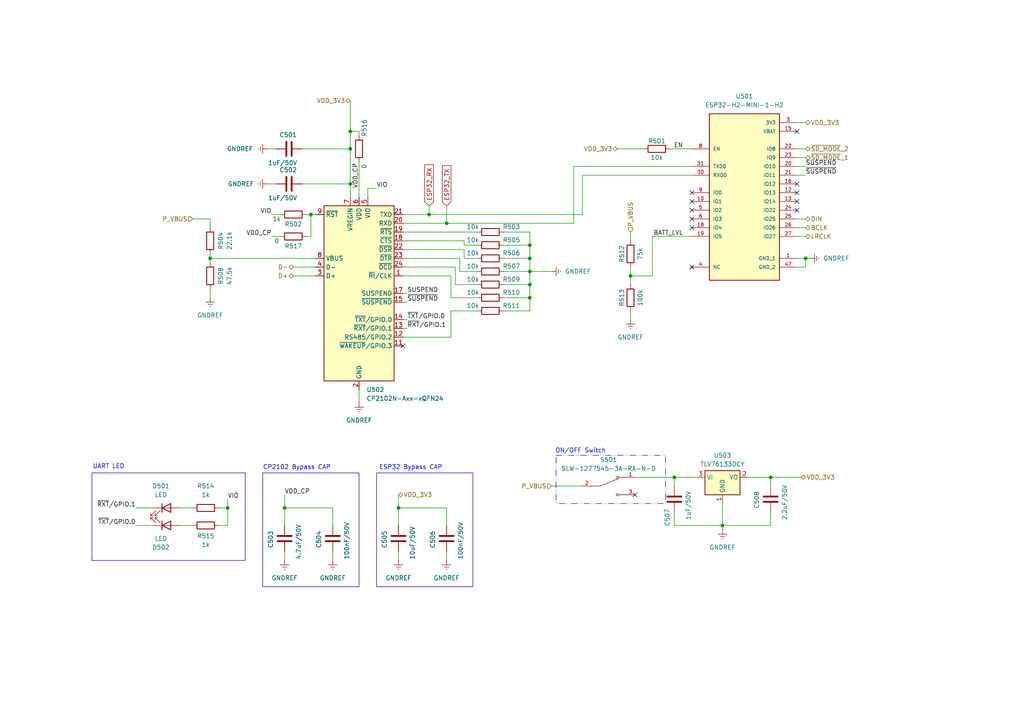
<source format=kicad_sch>
(kicad_sch
	(version 20250114)
	(generator "eeschema")
	(generator_version "9.0")
	(uuid "cc68b228-b121-431a-901e-fc87c4ad0f70")
	(paper "A4")
	(title_block
		(title "PCB_BLE_Speaker")
		(date "2025-11-16")
		(rev "R.Casas")
	)
	(lib_symbols
		(symbol "Device:C"
			(pin_numbers
				(hide yes)
			)
			(pin_names
				(offset 0.254)
			)
			(exclude_from_sim no)
			(in_bom yes)
			(on_board yes)
			(property "Reference" "C"
				(at 0.635 2.54 0)
				(effects
					(font
						(size 1.27 1.27)
					)
					(justify left)
				)
			)
			(property "Value" "C"
				(at 0.635 -2.54 0)
				(effects
					(font
						(size 1.27 1.27)
					)
					(justify left)
				)
			)
			(property "Footprint" ""
				(at 0.9652 -3.81 0)
				(effects
					(font
						(size 1.27 1.27)
					)
					(hide yes)
				)
			)
			(property "Datasheet" "~"
				(at 0 0 0)
				(effects
					(font
						(size 1.27 1.27)
					)
					(hide yes)
				)
			)
			(property "Description" "Unpolarized capacitor"
				(at 0 0 0)
				(effects
					(font
						(size 1.27 1.27)
					)
					(hide yes)
				)
			)
			(property "ki_keywords" "cap capacitor"
				(at 0 0 0)
				(effects
					(font
						(size 1.27 1.27)
					)
					(hide yes)
				)
			)
			(property "ki_fp_filters" "C_*"
				(at 0 0 0)
				(effects
					(font
						(size 1.27 1.27)
					)
					(hide yes)
				)
			)
			(symbol "C_0_1"
				(polyline
					(pts
						(xy -2.032 0.762) (xy 2.032 0.762)
					)
					(stroke
						(width 0.508)
						(type default)
					)
					(fill
						(type none)
					)
				)
				(polyline
					(pts
						(xy -2.032 -0.762) (xy 2.032 -0.762)
					)
					(stroke
						(width 0.508)
						(type default)
					)
					(fill
						(type none)
					)
				)
			)
			(symbol "C_1_1"
				(pin passive line
					(at 0 3.81 270)
					(length 2.794)
					(name "~"
						(effects
							(font
								(size 1.27 1.27)
							)
						)
					)
					(number "1"
						(effects
							(font
								(size 1.27 1.27)
							)
						)
					)
				)
				(pin passive line
					(at 0 -3.81 90)
					(length 2.794)
					(name "~"
						(effects
							(font
								(size 1.27 1.27)
							)
						)
					)
					(number "2"
						(effects
							(font
								(size 1.27 1.27)
							)
						)
					)
				)
			)
			(embedded_fonts no)
		)
		(symbol "Device:LED"
			(pin_numbers
				(hide yes)
			)
			(pin_names
				(offset 1.016)
				(hide yes)
			)
			(exclude_from_sim no)
			(in_bom yes)
			(on_board yes)
			(property "Reference" "D"
				(at 0 2.54 0)
				(effects
					(font
						(size 1.27 1.27)
					)
				)
			)
			(property "Value" "LED"
				(at 0 -2.54 0)
				(effects
					(font
						(size 1.27 1.27)
					)
				)
			)
			(property "Footprint" ""
				(at 0 0 0)
				(effects
					(font
						(size 1.27 1.27)
					)
					(hide yes)
				)
			)
			(property "Datasheet" "~"
				(at 0 0 0)
				(effects
					(font
						(size 1.27 1.27)
					)
					(hide yes)
				)
			)
			(property "Description" "Light emitting diode"
				(at 0 0 0)
				(effects
					(font
						(size 1.27 1.27)
					)
					(hide yes)
				)
			)
			(property "Sim.Pins" "1=K 2=A"
				(at 0 0 0)
				(effects
					(font
						(size 1.27 1.27)
					)
					(hide yes)
				)
			)
			(property "ki_keywords" "LED diode"
				(at 0 0 0)
				(effects
					(font
						(size 1.27 1.27)
					)
					(hide yes)
				)
			)
			(property "ki_fp_filters" "LED* LED_SMD:* LED_THT:*"
				(at 0 0 0)
				(effects
					(font
						(size 1.27 1.27)
					)
					(hide yes)
				)
			)
			(symbol "LED_0_1"
				(polyline
					(pts
						(xy -3.048 -0.762) (xy -4.572 -2.286) (xy -3.81 -2.286) (xy -4.572 -2.286) (xy -4.572 -1.524)
					)
					(stroke
						(width 0)
						(type default)
					)
					(fill
						(type none)
					)
				)
				(polyline
					(pts
						(xy -1.778 -0.762) (xy -3.302 -2.286) (xy -2.54 -2.286) (xy -3.302 -2.286) (xy -3.302 -1.524)
					)
					(stroke
						(width 0)
						(type default)
					)
					(fill
						(type none)
					)
				)
				(polyline
					(pts
						(xy -1.27 0) (xy 1.27 0)
					)
					(stroke
						(width 0)
						(type default)
					)
					(fill
						(type none)
					)
				)
				(polyline
					(pts
						(xy -1.27 -1.27) (xy -1.27 1.27)
					)
					(stroke
						(width 0.254)
						(type default)
					)
					(fill
						(type none)
					)
				)
				(polyline
					(pts
						(xy 1.27 -1.27) (xy 1.27 1.27) (xy -1.27 0) (xy 1.27 -1.27)
					)
					(stroke
						(width 0.254)
						(type default)
					)
					(fill
						(type none)
					)
				)
			)
			(symbol "LED_1_1"
				(pin passive line
					(at -3.81 0 0)
					(length 2.54)
					(name "K"
						(effects
							(font
								(size 1.27 1.27)
							)
						)
					)
					(number "1"
						(effects
							(font
								(size 1.27 1.27)
							)
						)
					)
				)
				(pin passive line
					(at 3.81 0 180)
					(length 2.54)
					(name "A"
						(effects
							(font
								(size 1.27 1.27)
							)
						)
					)
					(number "2"
						(effects
							(font
								(size 1.27 1.27)
							)
						)
					)
				)
			)
			(embedded_fonts no)
		)
		(symbol "Device:R"
			(pin_numbers
				(hide yes)
			)
			(pin_names
				(offset 0)
			)
			(exclude_from_sim no)
			(in_bom yes)
			(on_board yes)
			(property "Reference" "R"
				(at 2.032 0 90)
				(effects
					(font
						(size 1.27 1.27)
					)
				)
			)
			(property "Value" "R"
				(at 0 0 90)
				(effects
					(font
						(size 1.27 1.27)
					)
				)
			)
			(property "Footprint" ""
				(at -1.778 0 90)
				(effects
					(font
						(size 1.27 1.27)
					)
					(hide yes)
				)
			)
			(property "Datasheet" "~"
				(at 0 0 0)
				(effects
					(font
						(size 1.27 1.27)
					)
					(hide yes)
				)
			)
			(property "Description" "Resistor"
				(at 0 0 0)
				(effects
					(font
						(size 1.27 1.27)
					)
					(hide yes)
				)
			)
			(property "ki_keywords" "R res resistor"
				(at 0 0 0)
				(effects
					(font
						(size 1.27 1.27)
					)
					(hide yes)
				)
			)
			(property "ki_fp_filters" "R_*"
				(at 0 0 0)
				(effects
					(font
						(size 1.27 1.27)
					)
					(hide yes)
				)
			)
			(symbol "R_0_1"
				(rectangle
					(start -1.016 -2.54)
					(end 1.016 2.54)
					(stroke
						(width 0.254)
						(type default)
					)
					(fill
						(type none)
					)
				)
			)
			(symbol "R_1_1"
				(pin passive line
					(at 0 3.81 270)
					(length 1.27)
					(name "~"
						(effects
							(font
								(size 1.27 1.27)
							)
						)
					)
					(number "1"
						(effects
							(font
								(size 1.27 1.27)
							)
						)
					)
				)
				(pin passive line
					(at 0 -3.81 90)
					(length 1.27)
					(name "~"
						(effects
							(font
								(size 1.27 1.27)
							)
						)
					)
					(number "2"
						(effects
							(font
								(size 1.27 1.27)
							)
						)
					)
				)
			)
			(embedded_fonts no)
		)
		(symbol "ESP32_Modules:ESP32-H2-MINI-1-H2"
			(pin_names
				(offset 1.016)
			)
			(exclude_from_sim no)
			(in_bom yes)
			(on_board yes)
			(property "Reference" "U"
				(at -10.16 23.622 0)
				(effects
					(font
						(size 1.27 1.27)
					)
					(justify left bottom)
				)
			)
			(property "Value" "ESP32-H2-MINI-1-H2"
				(at -11.176 -28.448 0)
				(effects
					(font
						(size 1.27 1.27)
					)
					(justify left bottom)
				)
			)
			(property "Footprint" "ESP_32_Modules:MODULE_ESP32-H2-MINI-1-H2"
				(at 0 0 0)
				(effects
					(font
						(size 1.27 1.27)
					)
					(justify bottom)
					(hide yes)
				)
			)
			(property "Datasheet" ""
				(at 0 0 0)
				(effects
					(font
						(size 1.27 1.27)
					)
					(hide yes)
				)
			)
			(property "Description" ""
				(at 0 0 0)
				(effects
					(font
						(size 1.27 1.27)
					)
					(hide yes)
				)
			)
			(property "MF" "Espressif Systems"
				(at 0 0 0)
				(effects
					(font
						(size 1.27 1.27)
					)
					(justify bottom)
					(hide yes)
				)
			)
			(property "MAXIMUM_PACKAGE_HEIGHT" "2.55mm"
				(at 0 0 0)
				(effects
					(font
						(size 1.27 1.27)
					)
					(justify bottom)
					(hide yes)
				)
			)
			(property "Package" "SMD-53 Espressif Systems"
				(at 0 0 0)
				(effects
					(font
						(size 1.27 1.27)
					)
					(justify bottom)
					(hide yes)
				)
			)
			(property "Price" "None"
				(at 0 0 0)
				(effects
					(font
						(size 1.27 1.27)
					)
					(justify bottom)
					(hide yes)
				)
			)
			(property "Check_prices" "https://www.snapeda.com/parts/ESP32-H2-MINI-1-H2/Espressif+Systems/view-part/?ref=eda"
				(at 0 0 0)
				(effects
					(font
						(size 1.27 1.27)
					)
					(justify bottom)
					(hide yes)
				)
			)
			(property "STANDARD" "Manufacturer Recommendations"
				(at 0 0 0)
				(effects
					(font
						(size 1.27 1.27)
					)
					(justify bottom)
					(hide yes)
				)
			)
			(property "PARTREV" "v0.5"
				(at 0 0 0)
				(effects
					(font
						(size 1.27 1.27)
					)
					(justify bottom)
					(hide yes)
				)
			)
			(property "SnapEDA_Link" "https://www.snapeda.com/parts/ESP32-H2-MINI-1-H2/Espressif+Systems/view-part/?ref=snap"
				(at 0 0 0)
				(effects
					(font
						(size 1.27 1.27)
					)
					(justify bottom)
					(hide yes)
				)
			)
			(property "MP" "ESP32-H2-MINI-1-H2"
				(at 0 0 0)
				(effects
					(font
						(size 1.27 1.27)
					)
					(justify bottom)
					(hide yes)
				)
			)
			(property "Description_1" "802.15.4, Bluetooth Bluetooth v5.3, Zigbee® Transceiver Module 2.4GHz Integrated, Trace Surface Mount"
				(at 0 0 0)
				(effects
					(font
						(size 1.27 1.27)
					)
					(justify bottom)
					(hide yes)
				)
			)
			(property "MANUFACTURER" "Espressif Systems"
				(at 0 0 0)
				(effects
					(font
						(size 1.27 1.27)
					)
					(justify bottom)
					(hide yes)
				)
			)
			(property "Availability" "In Stock"
				(at 0 0 0)
				(effects
					(font
						(size 1.27 1.27)
					)
					(justify bottom)
					(hide yes)
				)
			)
			(property "SNAPEDA_PN" "ESP32-H2-MINI-1-H2"
				(at 0 0 0)
				(effects
					(font
						(size 1.27 1.27)
					)
					(justify bottom)
					(hide yes)
				)
			)
			(symbol "ESP32-H2-MINI-1-H2_0_0"
				(rectangle
					(start -10.16 22.86)
					(end 10.16 -25.4)
					(stroke
						(width 0.254)
						(type default)
					)
					(fill
						(type background)
					)
				)
				(pin input line
					(at -15.24 12.7 0)
					(length 5.08)
					(name "EN"
						(effects
							(font
								(size 1.016 1.016)
							)
						)
					)
					(number "8"
						(effects
							(font
								(size 1.016 1.016)
							)
						)
					)
				)
				(pin bidirectional line
					(at -15.24 7.62 0)
					(length 5.08)
					(name "TXD0"
						(effects
							(font
								(size 1.016 1.016)
							)
						)
					)
					(number "31"
						(effects
							(font
								(size 1.016 1.016)
							)
						)
					)
				)
				(pin bidirectional line
					(at -15.24 5.08 0)
					(length 5.08)
					(name "RXD0"
						(effects
							(font
								(size 1.016 1.016)
							)
						)
					)
					(number "30"
						(effects
							(font
								(size 1.016 1.016)
							)
						)
					)
				)
				(pin bidirectional line
					(at -15.24 0 0)
					(length 5.08)
					(name "IO0"
						(effects
							(font
								(size 1.016 1.016)
							)
						)
					)
					(number "9"
						(effects
							(font
								(size 1.016 1.016)
							)
						)
					)
				)
				(pin bidirectional line
					(at -15.24 -2.54 0)
					(length 5.08)
					(name "IO1"
						(effects
							(font
								(size 1.016 1.016)
							)
						)
					)
					(number "10"
						(effects
							(font
								(size 1.016 1.016)
							)
						)
					)
				)
				(pin bidirectional line
					(at -15.24 -5.08 0)
					(length 5.08)
					(name "IO2"
						(effects
							(font
								(size 1.016 1.016)
							)
						)
					)
					(number "5"
						(effects
							(font
								(size 1.016 1.016)
							)
						)
					)
				)
				(pin bidirectional line
					(at -15.24 -7.62 0)
					(length 5.08)
					(name "IO3"
						(effects
							(font
								(size 1.016 1.016)
							)
						)
					)
					(number "6"
						(effects
							(font
								(size 1.016 1.016)
							)
						)
					)
				)
				(pin bidirectional line
					(at -15.24 -10.16 0)
					(length 5.08)
					(name "IO4"
						(effects
							(font
								(size 1.016 1.016)
							)
						)
					)
					(number "18"
						(effects
							(font
								(size 1.016 1.016)
							)
						)
					)
				)
				(pin bidirectional line
					(at -15.24 -12.7 0)
					(length 5.08)
					(name "IO5"
						(effects
							(font
								(size 1.016 1.016)
							)
						)
					)
					(number "19"
						(effects
							(font
								(size 1.016 1.016)
							)
						)
					)
				)
				(pin power_in line
					(at 15.24 20.32 180)
					(length 5.08)
					(name "3V3"
						(effects
							(font
								(size 1.016 1.016)
							)
						)
					)
					(number "3"
						(effects
							(font
								(size 1.016 1.016)
							)
						)
					)
				)
				(pin power_in line
					(at 15.24 17.78 180)
					(length 5.08)
					(name "VBAT"
						(effects
							(font
								(size 1.016 1.016)
							)
						)
					)
					(number "15"
						(effects
							(font
								(size 1.016 1.016)
							)
						)
					)
				)
				(pin bidirectional line
					(at 15.24 12.7 180)
					(length 5.08)
					(name "IO8"
						(effects
							(font
								(size 1.016 1.016)
							)
						)
					)
					(number "22"
						(effects
							(font
								(size 1.016 1.016)
							)
						)
					)
				)
				(pin bidirectional line
					(at 15.24 10.16 180)
					(length 5.08)
					(name "IO9"
						(effects
							(font
								(size 1.016 1.016)
							)
						)
					)
					(number "23"
						(effects
							(font
								(size 1.016 1.016)
							)
						)
					)
				)
				(pin bidirectional line
					(at 15.24 7.62 180)
					(length 5.08)
					(name "IO10"
						(effects
							(font
								(size 1.016 1.016)
							)
						)
					)
					(number "20"
						(effects
							(font
								(size 1.016 1.016)
							)
						)
					)
				)
				(pin bidirectional line
					(at 15.24 5.08 180)
					(length 5.08)
					(name "IO11"
						(effects
							(font
								(size 1.016 1.016)
							)
						)
					)
					(number "21"
						(effects
							(font
								(size 1.016 1.016)
							)
						)
					)
				)
				(pin bidirectional line
					(at 15.24 2.54 180)
					(length 5.08)
					(name "IO12"
						(effects
							(font
								(size 1.016 1.016)
							)
						)
					)
					(number "16"
						(effects
							(font
								(size 1.016 1.016)
							)
						)
					)
				)
				(pin bidirectional line
					(at 15.24 0 180)
					(length 5.08)
					(name "IO13"
						(effects
							(font
								(size 1.016 1.016)
							)
						)
					)
					(number "12"
						(effects
							(font
								(size 1.016 1.016)
							)
						)
					)
				)
				(pin bidirectional line
					(at 15.24 -2.54 180)
					(length 5.08)
					(name "IO14"
						(effects
							(font
								(size 1.016 1.016)
							)
						)
					)
					(number "13"
						(effects
							(font
								(size 1.016 1.016)
							)
						)
					)
				)
				(pin bidirectional line
					(at 15.24 -5.08 180)
					(length 5.08)
					(name "IO22"
						(effects
							(font
								(size 1.016 1.016)
							)
						)
					)
					(number "24"
						(effects
							(font
								(size 1.016 1.016)
							)
						)
					)
				)
				(pin bidirectional line
					(at 15.24 -7.62 180)
					(length 5.08)
					(name "IO25"
						(effects
							(font
								(size 1.016 1.016)
							)
						)
					)
					(number "25"
						(effects
							(font
								(size 1.016 1.016)
							)
						)
					)
				)
				(pin bidirectional line
					(at 15.24 -10.16 180)
					(length 5.08)
					(name "IO26"
						(effects
							(font
								(size 1.016 1.016)
							)
						)
					)
					(number "26"
						(effects
							(font
								(size 1.016 1.016)
							)
						)
					)
				)
				(pin bidirectional line
					(at 15.24 -12.7 180)
					(length 5.08)
					(name "IO27"
						(effects
							(font
								(size 1.016 1.016)
							)
						)
					)
					(number "27"
						(effects
							(font
								(size 1.016 1.016)
							)
						)
					)
				)
			)
			(symbol "ESP32-H2-MINI-1-H2_1_0"
				(pin no_connect line
					(at -15.24 -21.59 0)
					(length 5.08)
					(name "NC"
						(effects
							(font
								(size 1.016 1.016)
							)
						)
					)
					(number "4"
						(effects
							(font
								(size 1.016 1.016)
							)
						)
					)
					(alternate "17" no_connect line)
					(alternate "28" no_connect line)
					(alternate "29" no_connect line)
					(alternate "32" no_connect line)
					(alternate "33" no_connect line)
					(alternate "34" no_connect line)
					(alternate "35" no_connect line)
					(alternate "7" no_connect line)
				)
				(pin power_in line
					(at -15.24 -21.59 0)
					(length 5.08)
					(hide yes)
					(name "NC"
						(effects
							(font
								(size 1.016 1.016)
							)
						)
					)
					(number "7"
						(effects
							(font
								(size 1.016 1.016)
							)
						)
					)
				)
				(pin power_in line
					(at 15.24 -19.05 180)
					(length 5.08)
					(name "GND_1"
						(effects
							(font
								(size 1.016 1.016)
							)
						)
					)
					(number "1"
						(effects
							(font
								(size 1.016 1.016)
							)
						)
					)
					(alternate "11" power_in line)
					(alternate "14" power_in line)
					(alternate "2" power_in line)
					(alternate "36" power_in line)
					(alternate "37" power_in line)
					(alternate "38" power_in line)
					(alternate "39" power_in line)
					(alternate "40" power_in line)
					(alternate "41" power_in line)
					(alternate "42" power_in line)
					(alternate "43" power_in line)
					(alternate "44" power_in line)
					(alternate "45" power_in line)
					(alternate "46" power_in line)
				)
				(pin power_in line
					(at 15.24 -21.59 180)
					(length 5.08)
					(name "GND_2"
						(effects
							(font
								(size 1.016 1.016)
							)
						)
					)
					(number "47"
						(effects
							(font
								(size 1.016 1.016)
							)
						)
					)
					(alternate "48" power_in line)
					(alternate "49_1" power_in line)
					(alternate "49_2" power_in line)
					(alternate "49_3" power_in line)
					(alternate "49_4" power_in line)
					(alternate "49_5" power_in line)
					(alternate "49_6" power_in line)
					(alternate "49_7" power_in line)
					(alternate "49_8" power_in line)
					(alternate "49_9" power_in line)
					(alternate "50" power_in line)
					(alternate "51" power_in line)
					(alternate "52" power_in line)
					(alternate "53" power_in line)
				)
			)
			(embedded_fonts no)
		)
		(symbol "Interface_USB:CP2102N-Axx-xQFN24"
			(exclude_from_sim no)
			(in_bom yes)
			(on_board yes)
			(property "Reference" "U"
				(at -8.89 26.67 0)
				(effects
					(font
						(size 1.27 1.27)
					)
				)
			)
			(property "Value" "CP2102N-Axx-xQFN24"
				(at 13.97 26.67 0)
				(effects
					(font
						(size 1.27 1.27)
					)
				)
			)
			(property "Footprint" "Package_DFN_QFN:QFN-24-1EP_4x4mm_P0.5mm_EP2.6x2.6mm"
				(at 31.75 -26.67 0)
				(effects
					(font
						(size 1.27 1.27)
					)
					(hide yes)
				)
			)
			(property "Datasheet" "https://www.silabs.com/documents/public/data-sheets/cp2102n-datasheet.pdf"
				(at 1.27 -19.05 0)
				(effects
					(font
						(size 1.27 1.27)
					)
					(hide yes)
				)
			)
			(property "Description" "USB to UART master bridge, QFN-24"
				(at 0 0 0)
				(effects
					(font
						(size 1.27 1.27)
					)
					(hide yes)
				)
			)
			(property "ki_keywords" "USB UART bridge"
				(at 0 0 0)
				(effects
					(font
						(size 1.27 1.27)
					)
					(hide yes)
				)
			)
			(property "ki_fp_filters" "QFN*4x4mm*P0.5mm*"
				(at 0 0 0)
				(effects
					(font
						(size 1.27 1.27)
					)
					(hide yes)
				)
			)
			(symbol "CP2102N-Axx-xQFN24_0_1"
				(rectangle
					(start -10.16 25.4)
					(end 10.16 -25.4)
					(stroke
						(width 0.254)
						(type default)
					)
					(fill
						(type background)
					)
				)
			)
			(symbol "CP2102N-Axx-xQFN24_1_1"
				(pin input line
					(at -12.7 22.86 0)
					(length 2.54)
					(name "~{RST}"
						(effects
							(font
								(size 1.27 1.27)
							)
						)
					)
					(number "9"
						(effects
							(font
								(size 1.27 1.27)
							)
						)
					)
				)
				(pin input line
					(at -12.7 10.16 0)
					(length 2.54)
					(name "VBUS"
						(effects
							(font
								(size 1.27 1.27)
							)
						)
					)
					(number "8"
						(effects
							(font
								(size 1.27 1.27)
							)
						)
					)
				)
				(pin bidirectional line
					(at -12.7 7.62 0)
					(length 2.54)
					(name "D-"
						(effects
							(font
								(size 1.27 1.27)
							)
						)
					)
					(number "4"
						(effects
							(font
								(size 1.27 1.27)
							)
						)
					)
				)
				(pin bidirectional line
					(at -12.7 5.08 0)
					(length 2.54)
					(name "D+"
						(effects
							(font
								(size 1.27 1.27)
							)
						)
					)
					(number "3"
						(effects
							(font
								(size 1.27 1.27)
							)
						)
					)
				)
				(pin no_connect line
					(at -10.16 -22.86 0)
					(length 2.54)
					(hide yes)
					(name "NC"
						(effects
							(font
								(size 1.27 1.27)
							)
						)
					)
					(number "10"
						(effects
							(font
								(size 1.27 1.27)
							)
						)
					)
				)
				(pin power_in line
					(at -2.54 27.94 270)
					(length 2.54)
					(name "VREGIN"
						(effects
							(font
								(size 1.27 1.27)
							)
						)
					)
					(number "7"
						(effects
							(font
								(size 1.27 1.27)
							)
						)
					)
				)
				(pin power_in line
					(at 0 27.94 270)
					(length 2.54)
					(name "VDD"
						(effects
							(font
								(size 1.27 1.27)
							)
						)
					)
					(number "6"
						(effects
							(font
								(size 1.27 1.27)
							)
						)
					)
				)
				(pin power_in line
					(at 0 -27.94 90)
					(length 2.54)
					(name "GND"
						(effects
							(font
								(size 1.27 1.27)
							)
						)
					)
					(number "2"
						(effects
							(font
								(size 1.27 1.27)
							)
						)
					)
				)
				(pin passive line
					(at 0 -27.94 90)
					(length 2.54)
					(hide yes)
					(name "GND"
						(effects
							(font
								(size 1.27 1.27)
							)
						)
					)
					(number "25"
						(effects
							(font
								(size 1.27 1.27)
							)
						)
					)
				)
				(pin power_in line
					(at 2.54 27.94 270)
					(length 2.54)
					(name "VIO"
						(effects
							(font
								(size 1.27 1.27)
							)
						)
					)
					(number "5"
						(effects
							(font
								(size 1.27 1.27)
							)
						)
					)
				)
				(pin no_connect line
					(at 10.16 -22.86 180)
					(length 2.54)
					(hide yes)
					(name "NC"
						(effects
							(font
								(size 1.27 1.27)
							)
						)
					)
					(number "16"
						(effects
							(font
								(size 1.27 1.27)
							)
						)
					)
				)
				(pin output line
					(at 12.7 22.86 180)
					(length 2.54)
					(name "TXD"
						(effects
							(font
								(size 1.27 1.27)
							)
						)
					)
					(number "21"
						(effects
							(font
								(size 1.27 1.27)
							)
						)
					)
				)
				(pin input line
					(at 12.7 20.32 180)
					(length 2.54)
					(name "RXD"
						(effects
							(font
								(size 1.27 1.27)
							)
						)
					)
					(number "20"
						(effects
							(font
								(size 1.27 1.27)
							)
						)
					)
				)
				(pin output line
					(at 12.7 17.78 180)
					(length 2.54)
					(name "~{RTS}"
						(effects
							(font
								(size 1.27 1.27)
							)
						)
					)
					(number "19"
						(effects
							(font
								(size 1.27 1.27)
							)
						)
					)
				)
				(pin input line
					(at 12.7 15.24 180)
					(length 2.54)
					(name "~{CTS}"
						(effects
							(font
								(size 1.27 1.27)
							)
						)
					)
					(number "18"
						(effects
							(font
								(size 1.27 1.27)
							)
						)
					)
				)
				(pin input line
					(at 12.7 12.7 180)
					(length 2.54)
					(name "~{DSR}"
						(effects
							(font
								(size 1.27 1.27)
							)
						)
					)
					(number "22"
						(effects
							(font
								(size 1.27 1.27)
							)
						)
					)
				)
				(pin output line
					(at 12.7 10.16 180)
					(length 2.54)
					(name "~{DTR}"
						(effects
							(font
								(size 1.27 1.27)
							)
						)
					)
					(number "23"
						(effects
							(font
								(size 1.27 1.27)
							)
						)
					)
				)
				(pin input line
					(at 12.7 7.62 180)
					(length 2.54)
					(name "~{DCD}"
						(effects
							(font
								(size 1.27 1.27)
							)
						)
					)
					(number "24"
						(effects
							(font
								(size 1.27 1.27)
							)
						)
					)
				)
				(pin bidirectional line
					(at 12.7 5.08 180)
					(length 2.54)
					(name "~{RI}/CLK"
						(effects
							(font
								(size 1.27 1.27)
							)
						)
					)
					(number "1"
						(effects
							(font
								(size 1.27 1.27)
							)
						)
					)
				)
				(pin output line
					(at 12.7 0 180)
					(length 2.54)
					(name "SUSPEND"
						(effects
							(font
								(size 1.27 1.27)
							)
						)
					)
					(number "17"
						(effects
							(font
								(size 1.27 1.27)
							)
						)
					)
				)
				(pin output line
					(at 12.7 -2.54 180)
					(length 2.54)
					(name "~{SUSPEND}"
						(effects
							(font
								(size 1.27 1.27)
							)
						)
					)
					(number "15"
						(effects
							(font
								(size 1.27 1.27)
							)
						)
					)
				)
				(pin bidirectional line
					(at 12.7 -7.62 180)
					(length 2.54)
					(name "~{TXT}/GPIO.0"
						(effects
							(font
								(size 1.27 1.27)
							)
						)
					)
					(number "14"
						(effects
							(font
								(size 1.27 1.27)
							)
						)
					)
				)
				(pin bidirectional line
					(at 12.7 -10.16 180)
					(length 2.54)
					(name "~{RXT}/GPIO.1"
						(effects
							(font
								(size 1.27 1.27)
							)
						)
					)
					(number "13"
						(effects
							(font
								(size 1.27 1.27)
							)
						)
					)
				)
				(pin bidirectional line
					(at 12.7 -12.7 180)
					(length 2.54)
					(name "RS485/GPIO.2"
						(effects
							(font
								(size 1.27 1.27)
							)
						)
					)
					(number "12"
						(effects
							(font
								(size 1.27 1.27)
							)
						)
					)
				)
				(pin bidirectional line
					(at 12.7 -15.24 180)
					(length 2.54)
					(name "~{WAKEUP}/GPIO.3"
						(effects
							(font
								(size 1.27 1.27)
							)
						)
					)
					(number "11"
						(effects
							(font
								(size 1.27 1.27)
							)
						)
					)
				)
			)
			(embedded_fonts no)
		)
		(symbol "Regulator_Linear:TLV76133DCY"
			(exclude_from_sim no)
			(in_bom yes)
			(on_board yes)
			(property "Reference" "U"
				(at -7.62 6.35 0)
				(effects
					(font
						(size 1.27 1.27)
					)
					(justify left)
				)
			)
			(property "Value" "TLV76133DCY"
				(at -1.27 6.35 0)
				(effects
					(font
						(size 1.27 1.27)
					)
					(justify left)
				)
			)
			(property "Footprint" "Package_TO_SOT_SMD:SOT-223-3_TabPin2"
				(at 0 -11.43 0)
				(effects
					(font
						(size 1.27 1.27)
					)
					(hide yes)
				)
			)
			(property "Datasheet" "https://www.ti.com/lit/ds/symlink/tlv761.pdf"
				(at 0 -13.97 0)
				(effects
					(font
						(size 1.27 1.27)
					)
					(hide yes)
				)
			)
			(property "Description" "3.3V, 1A, Low Noise, High-PSRR LDO Regulator, 2.5V...16V input, SOT-223"
				(at 0 0 0)
				(effects
					(font
						(size 1.27 1.27)
					)
					(hide yes)
				)
			)
			(property "ki_keywords" "voltage fixed low-dropout"
				(at 0 0 0)
				(effects
					(font
						(size 1.27 1.27)
					)
					(hide yes)
				)
			)
			(property "ki_fp_filters" "SOT*223*"
				(at 0 0 0)
				(effects
					(font
						(size 1.27 1.27)
					)
					(hide yes)
				)
			)
			(symbol "TLV76133DCY_0_1"
				(rectangle
					(start -5.08 -5.08)
					(end 5.08 1.905)
					(stroke
						(width 0.254)
						(type default)
					)
					(fill
						(type background)
					)
				)
			)
			(symbol "TLV76133DCY_1_1"
				(pin power_in line
					(at -7.62 0 0)
					(length 2.54)
					(name "VI"
						(effects
							(font
								(size 1.27 1.27)
							)
						)
					)
					(number "3"
						(effects
							(font
								(size 1.27 1.27)
							)
						)
					)
				)
				(pin power_in line
					(at 0 -7.62 90)
					(length 2.54)
					(name "GND"
						(effects
							(font
								(size 1.27 1.27)
							)
						)
					)
					(number "1"
						(effects
							(font
								(size 1.27 1.27)
							)
						)
					)
				)
				(pin power_out line
					(at 7.62 0 180)
					(length 2.54)
					(name "VO"
						(effects
							(font
								(size 1.27 1.27)
							)
						)
					)
					(number "2"
						(effects
							(font
								(size 1.27 1.27)
							)
						)
					)
				)
			)
			(embedded_fonts no)
		)
		(symbol "Switch_RCO:SLW-1277545-3A-RA-N-D"
			(pin_names
				(offset 1.016)
			)
			(exclude_from_sim no)
			(in_bom yes)
			(on_board yes)
			(property "Reference" "S"
				(at -5.08 5.08 0)
				(effects
					(font
						(size 1.27 1.27)
					)
					(justify left bottom)
				)
			)
			(property "Value" "SLW-1277545-3A-RA-N-D"
				(at -5.08 -5.08 0)
				(effects
					(font
						(size 1.27 1.27)
					)
					(justify left top)
				)
			)
			(property "Footprint" "Switch_RCO:SW_SLW-1277545-3A-RA-N-D"
				(at 0 0 0)
				(effects
					(font
						(size 1.27 1.27)
					)
					(justify bottom)
					(hide yes)
				)
			)
			(property "Datasheet" ""
				(at 0 0 0)
				(effects
					(font
						(size 1.27 1.27)
					)
					(hide yes)
				)
			)
			(property "Description" ""
				(at 0 0 0)
				(effects
					(font
						(size 1.27 1.27)
					)
					(hide yes)
				)
			)
			(property "MF" "Same Sky"
				(at 0 0 0)
				(effects
					(font
						(size 1.27 1.27)
					)
					(justify bottom)
					(hide yes)
				)
			)
			(property "MAXIMUM_PACKAGE_HEIGHT" "5.0mm"
				(at 0 0 0)
				(effects
					(font
						(size 1.27 1.27)
					)
					(justify bottom)
					(hide yes)
				)
			)
			(property "Package" "Package"
				(at 0 0 0)
				(effects
					(font
						(size 1.27 1.27)
					)
					(justify bottom)
					(hide yes)
				)
			)
			(property "Price" "None"
				(at 0 0 0)
				(effects
					(font
						(size 1.27 1.27)
					)
					(justify bottom)
					(hide yes)
				)
			)
			(property "Check_prices" "https://www.snapeda.com/parts/SLW-1277545-3A-RA-N-D/Same+Sky/view-part/?ref=eda"
				(at 0 0 0)
				(effects
					(font
						(size 1.27 1.27)
					)
					(justify bottom)
					(hide yes)
				)
			)
			(property "STANDARD" "Manufacturer Recommendations"
				(at 0 0 0)
				(effects
					(font
						(size 1.27 1.27)
					)
					(justify bottom)
					(hide yes)
				)
			)
			(property "PARTREV" "1.01"
				(at 0 0 0)
				(effects
					(font
						(size 1.27 1.27)
					)
					(justify bottom)
					(hide yes)
				)
			)
			(property "SnapEDA_Link" "https://www.snapeda.com/parts/SLW-1277545-3A-RA-N-D/Same+Sky/view-part/?ref=snap"
				(at 0 0 0)
				(effects
					(font
						(size 1.27 1.27)
					)
					(justify bottom)
					(hide yes)
				)
			)
			(property "MP" "SLW-1277545-3A-RA-N-D"
				(at 0 0 0)
				(effects
					(font
						(size 1.27 1.27)
					)
					(justify bottom)
					(hide yes)
				)
			)
			(property "Purchase-URL" "https://www.snapeda.com/api/url_track_click_mouser/?unipart_id=16012430&manufacturer=Same Sky&part_name=SLW-1277545-3A-RA-N-D&search_term=None"
				(at 0 0 0)
				(effects
					(font
						(size 1.27 1.27)
					)
					(justify bottom)
					(hide yes)
				)
			)
			(property "Description_1" "Slide Switches 12.7 x 7.5 x 4.5 mm, 3 mm Raised Slide Actuator, Right Angle, Through Hole"
				(at 0 0 0)
				(effects
					(font
						(size 1.27 1.27)
					)
					(justify bottom)
					(hide yes)
				)
			)
			(property "Availability" "In Stock"
				(at 0 0 0)
				(effects
					(font
						(size 1.27 1.27)
					)
					(justify bottom)
					(hide yes)
				)
			)
			(property "MANUFACTURER" "Same Sky"
				(at 0 0 0)
				(effects
					(font
						(size 1.27 1.27)
					)
					(justify bottom)
					(hide yes)
				)
			)
			(symbol "SLW-1277545-3A-RA-N-D_0_0"
				(polyline
					(pts
						(xy -5.08 0) (xy -7.62 0)
					)
					(stroke
						(width 0.1524)
						(type default)
					)
					(fill
						(type none)
					)
				)
				(polyline
					(pts
						(xy -5.08 0) (xy 0.254 2.1336)
					)
					(stroke
						(width 0.1524)
						(type default)
					)
					(fill
						(type none)
					)
				)
				(circle
					(center 0 2.54)
					(radius 0.3302)
					(stroke
						(width 0.1524)
						(type default)
					)
					(fill
						(type none)
					)
				)
				(circle
					(center 0 -2.54)
					(radius 0.3302)
					(stroke
						(width 0.1524)
						(type default)
					)
					(fill
						(type none)
					)
				)
				(polyline
					(pts
						(xy 2.54 2.54) (xy 0.381 2.54)
					)
					(stroke
						(width 0.1524)
						(type default)
					)
					(fill
						(type none)
					)
				)
				(polyline
					(pts
						(xy 2.54 -2.54) (xy 0.381 -2.54)
					)
					(stroke
						(width 0.1524)
						(type default)
					)
					(fill
						(type none)
					)
				)
				(pin passive line
					(at -10.16 0 0)
					(length 2.54)
					(name "~"
						(effects
							(font
								(size 1.016 1.016)
							)
						)
					)
					(number "2"
						(effects
							(font
								(size 1.016 1.016)
							)
						)
					)
				)
				(pin passive line
					(at 5.08 2.54 180)
					(length 2.54)
					(name "~"
						(effects
							(font
								(size 1.016 1.016)
							)
						)
					)
					(number "1"
						(effects
							(font
								(size 1.016 1.016)
							)
						)
					)
				)
				(pin passive line
					(at 5.08 -2.54 180)
					(length 2.54)
					(name "~"
						(effects
							(font
								(size 1.016 1.016)
							)
						)
					)
					(number "3"
						(effects
							(font
								(size 1.016 1.016)
							)
						)
					)
				)
			)
			(embedded_fonts no)
		)
		(symbol "power:GNDREF"
			(power)
			(pin_numbers
				(hide yes)
			)
			(pin_names
				(offset 0)
				(hide yes)
			)
			(exclude_from_sim no)
			(in_bom yes)
			(on_board yes)
			(property "Reference" "#PWR"
				(at 0 -6.35 0)
				(effects
					(font
						(size 1.27 1.27)
					)
					(hide yes)
				)
			)
			(property "Value" "GNDREF"
				(at 0 -3.81 0)
				(effects
					(font
						(size 1.27 1.27)
					)
				)
			)
			(property "Footprint" ""
				(at 0 0 0)
				(effects
					(font
						(size 1.27 1.27)
					)
					(hide yes)
				)
			)
			(property "Datasheet" ""
				(at 0 0 0)
				(effects
					(font
						(size 1.27 1.27)
					)
					(hide yes)
				)
			)
			(property "Description" "Power symbol creates a global label with name \"GNDREF\" , reference supply ground"
				(at 0 0 0)
				(effects
					(font
						(size 1.27 1.27)
					)
					(hide yes)
				)
			)
			(property "ki_keywords" "global power"
				(at 0 0 0)
				(effects
					(font
						(size 1.27 1.27)
					)
					(hide yes)
				)
			)
			(symbol "GNDREF_0_1"
				(polyline
					(pts
						(xy -0.635 -1.905) (xy 0.635 -1.905)
					)
					(stroke
						(width 0)
						(type default)
					)
					(fill
						(type none)
					)
				)
				(polyline
					(pts
						(xy -0.127 -2.54) (xy 0.127 -2.54)
					)
					(stroke
						(width 0)
						(type default)
					)
					(fill
						(type none)
					)
				)
				(polyline
					(pts
						(xy 0 -1.27) (xy 0 0)
					)
					(stroke
						(width 0)
						(type default)
					)
					(fill
						(type none)
					)
				)
				(polyline
					(pts
						(xy 1.27 -1.27) (xy -1.27 -1.27)
					)
					(stroke
						(width 0)
						(type default)
					)
					(fill
						(type none)
					)
				)
			)
			(symbol "GNDREF_1_1"
				(pin power_in line
					(at 0 0 270)
					(length 0)
					(name "~"
						(effects
							(font
								(size 1.27 1.27)
							)
						)
					)
					(number "1"
						(effects
							(font
								(size 1.27 1.27)
							)
						)
					)
				)
			)
			(embedded_fonts no)
		)
	)
	(rectangle
		(start 109.22 137.16)
		(end 137.16 170.18)
		(stroke
			(width 0)
			(type default)
		)
		(fill
			(type none)
		)
		(uuid 07e1ea2e-0fc8-4c10-8673-f716429e1fd4)
	)
	(rectangle
		(start 161.29 132.08)
		(end 193.04 146.05)
		(stroke
			(width 0)
			(type dash_dot_dot)
		)
		(fill
			(type none)
		)
		(uuid c993a6a6-d51b-4c7d-b690-41f0b4f1e3d9)
	)
	(rectangle
		(start 76.2 137.16)
		(end 104.14 170.18)
		(stroke
			(width 0)
			(type default)
		)
		(fill
			(type none)
		)
		(uuid cc812237-6734-4ed1-9c45-f13ca5156bf6)
	)
	(rectangle
		(start 26.67 137.16)
		(end 71.12 162.56)
		(stroke
			(width 0)
			(type default)
		)
		(fill
			(type none)
		)
		(uuid fa28a9aa-78f0-4b3e-ac21-261880cd898c)
	)
	(text "CP2102 Bypass CAP"
		(exclude_from_sim no)
		(at 86.106 135.636 0)
		(effects
			(font
				(size 1.27 1.27)
			)
		)
		(uuid "371b268f-2d29-443e-9267-a5b943adb4c6")
	)
	(text "UART LED"
		(exclude_from_sim no)
		(at 31.496 135.382 0)
		(effects
			(font
				(size 1.27 1.27)
			)
		)
		(uuid "bdd9edeb-ae77-4549-92a0-3d71b57baee5")
	)
	(text "ON/OFF Switch"
		(exclude_from_sim no)
		(at 168.402 130.81 0)
		(effects
			(font
				(size 1.27 1.27)
			)
		)
		(uuid "e8d249e7-2a9a-4fc5-b347-ccb3773cc984")
	)
	(text "ESP32 Bypass CAP"
		(exclude_from_sim no)
		(at 119.126 135.636 0)
		(effects
			(font
				(size 1.27 1.27)
			)
		)
		(uuid "fac94514-a905-46d2-a935-a7c3f4b33a63")
	)
	(junction
		(at 209.55 152.4)
		(diameter 0)
		(color 0 0 0 0)
		(uuid "0adf2791-c99d-459f-a5cf-fc57ff47939f")
	)
	(junction
		(at 90.17 62.23)
		(diameter 0)
		(color 0 0 0 0)
		(uuid "1a13f36a-c616-4a48-abc3-fa1c5efacae9")
	)
	(junction
		(at 60.96 74.93)
		(diameter 0)
		(color 0 0 0 0)
		(uuid "1fc3c18e-d374-456c-88dc-a21db391cf7f")
	)
	(junction
		(at 115.57 147.32)
		(diameter 0)
		(color 0 0 0 0)
		(uuid "2fec9ab2-16a6-4539-8453-73fcfd05ab1a")
	)
	(junction
		(at 182.88 80.01)
		(diameter 0)
		(color 0 0 0 0)
		(uuid "37c907b8-db5f-4c0e-ba27-7001c0518980")
	)
	(junction
		(at 195.58 138.43)
		(diameter 0)
		(color 0 0 0 0)
		(uuid "39b0d815-a30d-4a1b-a002-ea101410d8b7")
	)
	(junction
		(at 101.6 43.18)
		(diameter 0)
		(color 0 0 0 0)
		(uuid "44605217-1181-46d9-83c6-485af6de3da5")
	)
	(junction
		(at 153.67 71.12)
		(diameter 0)
		(color 0 0 0 0)
		(uuid "44d79e80-64a6-4085-92e6-c07099005761")
	)
	(junction
		(at 101.6 53.34)
		(diameter 0)
		(color 0 0 0 0)
		(uuid "49401d67-66fa-44c0-8237-ccbd661eca6f")
	)
	(junction
		(at 153.67 82.55)
		(diameter 0)
		(color 0 0 0 0)
		(uuid "7d23fd8d-41a2-401d-b49f-e32f850316f2")
	)
	(junction
		(at 82.55 147.32)
		(diameter 0)
		(color 0 0 0 0)
		(uuid "808cfead-5a3c-4637-976f-a90240e77292")
	)
	(junction
		(at 223.52 138.43)
		(diameter 0)
		(color 0 0 0 0)
		(uuid "90bc8eba-63ac-4f32-a390-3d1c21cee722")
	)
	(junction
		(at 233.68 74.93)
		(diameter 0)
		(color 0 0 0 0)
		(uuid "a02fd3c8-a393-41d4-aaef-5aa0e7bfd4fc")
	)
	(junction
		(at 153.67 86.36)
		(diameter 0)
		(color 0 0 0 0)
		(uuid "b1186a6b-991b-44ed-9615-e1dae30134ec")
	)
	(junction
		(at 101.6 38.1)
		(diameter 0)
		(color 0 0 0 0)
		(uuid "b7785e12-6380-44cf-90ff-5d34544a3737")
	)
	(junction
		(at 153.67 74.93)
		(diameter 0)
		(color 0 0 0 0)
		(uuid "b8c74645-e705-4334-8411-8777fddc3148")
	)
	(junction
		(at 129.54 64.77)
		(diameter 0)
		(color 0 0 0 0)
		(uuid "c0bba5e4-e6ab-44ae-a814-62d62baa4a0b")
	)
	(junction
		(at 66.04 147.32)
		(diameter 0)
		(color 0 0 0 0)
		(uuid "e7658339-2cde-4bda-83b8-19c0724ef946")
	)
	(junction
		(at 124.46 62.23)
		(diameter 0)
		(color 0 0 0 0)
		(uuid "e8596a53-a945-4292-af83-34d96f6fd545")
	)
	(junction
		(at 153.67 78.74)
		(diameter 0)
		(color 0 0 0 0)
		(uuid "f9a2858b-9817-4fad-91dd-c0abed5788d1")
	)
	(no_connect
		(at 184.15 143.51)
		(uuid "0361d344-6583-4890-b2bc-b34ba1b6fac7")
	)
	(no_connect
		(at 231.14 53.34)
		(uuid "0e76f617-ead7-4b2a-8fbb-3388099631e0")
	)
	(no_connect
		(at 200.66 63.5)
		(uuid "6363bde4-6c82-4514-8792-1a39c8f15026")
	)
	(no_connect
		(at 116.84 100.33)
		(uuid "8738eaf5-dc0b-47bc-8272-00c319d35eab")
	)
	(no_connect
		(at 200.66 60.96)
		(uuid "90e1c2ba-ff28-4b20-8272-a1d34580b4cc")
	)
	(no_connect
		(at 231.14 60.96)
		(uuid "9533458d-bcde-4316-ae34-3d0c5b1ea2fa")
	)
	(no_connect
		(at 231.14 58.42)
		(uuid "9966c8f9-5ddf-406a-8e01-3d4fb53aa1c6")
	)
	(no_connect
		(at 200.66 77.47)
		(uuid "9fd16224-a293-4125-b27d-4669d0b33d13")
	)
	(no_connect
		(at 231.14 38.1)
		(uuid "a296f2dc-6867-4e5a-993e-dcd0677131ad")
	)
	(no_connect
		(at 231.14 55.88)
		(uuid "ad9d137f-f0fc-446f-8754-a8aeb1e1bce3")
	)
	(no_connect
		(at 200.66 58.42)
		(uuid "c0ff037d-027a-4b80-b49d-825b639c0320")
	)
	(no_connect
		(at 200.66 55.88)
		(uuid "f8c90252-2112-41e5-bde7-6a5cf5e30693")
	)
	(no_connect
		(at 200.66 66.04)
		(uuid "fc2ebc2d-72e0-49df-847e-037b1c1ec4c8")
	)
	(wire
		(pts
			(xy 124.46 62.23) (xy 168.91 62.23)
		)
		(stroke
			(width 0)
			(type default)
		)
		(uuid "0121902e-6ad4-4b0e-af14-0d427b93723a")
	)
	(wire
		(pts
			(xy 168.91 62.23) (xy 168.91 50.8)
		)
		(stroke
			(width 0)
			(type default)
		)
		(uuid "04ba76a2-8b1b-46ed-a2a3-cdd46ad735f8")
	)
	(wire
		(pts
			(xy 233.68 48.26) (xy 231.14 48.26)
		)
		(stroke
			(width 0)
			(type default)
		)
		(uuid "081fbce6-e6ac-4a33-b375-5fa08b8eb0c0")
	)
	(wire
		(pts
			(xy 96.52 147.32) (xy 82.55 147.32)
		)
		(stroke
			(width 0)
			(type default)
		)
		(uuid "0b70b266-daac-4c45-97f7-0c13b247cae0")
	)
	(wire
		(pts
			(xy 223.52 148.59) (xy 223.52 152.4)
		)
		(stroke
			(width 0)
			(type default)
		)
		(uuid "0f096d1f-8478-49ce-b547-59d9f2e1bf69")
	)
	(wire
		(pts
			(xy 124.46 59.69) (xy 124.46 62.23)
		)
		(stroke
			(width 0)
			(type default)
		)
		(uuid "133e3f0a-cc09-439c-adef-307cd15b6051")
	)
	(wire
		(pts
			(xy 82.55 160.02) (xy 82.55 162.56)
		)
		(stroke
			(width 0)
			(type default)
		)
		(uuid "1340c8d9-2811-42c2-ad3d-be28c6af635a")
	)
	(wire
		(pts
			(xy 233.68 43.18) (xy 231.14 43.18)
		)
		(stroke
			(width 0)
			(type default)
		)
		(uuid "15b9bce1-acad-4b71-9c04-9b36bf171981")
	)
	(wire
		(pts
			(xy 109.22 54.61) (xy 106.68 54.61)
		)
		(stroke
			(width 0)
			(type default)
		)
		(uuid "17c65e50-3a25-4059-813b-07661b110f79")
	)
	(wire
		(pts
			(xy 146.05 82.55) (xy 153.67 82.55)
		)
		(stroke
			(width 0)
			(type default)
		)
		(uuid "1ede004c-2e1a-42f5-bbc3-a26e7de7ede2")
	)
	(wire
		(pts
			(xy 146.05 71.12) (xy 153.67 71.12)
		)
		(stroke
			(width 0)
			(type default)
		)
		(uuid "204cce67-8d79-4080-85b7-8d2c26838e65")
	)
	(wire
		(pts
			(xy 231.14 77.47) (xy 233.68 77.47)
		)
		(stroke
			(width 0)
			(type default)
		)
		(uuid "2141e7b8-8ccf-4172-8f3d-df5408bc307d")
	)
	(wire
		(pts
			(xy 132.08 82.55) (xy 138.43 82.55)
		)
		(stroke
			(width 0)
			(type default)
		)
		(uuid "2184d43b-cffd-4da2-8f86-86ddfb1a05a5")
	)
	(wire
		(pts
			(xy 182.88 80.01) (xy 189.23 80.01)
		)
		(stroke
			(width 0)
			(type default)
		)
		(uuid "21a4473d-3059-4f45-afa7-0a4c177dab32")
	)
	(wire
		(pts
			(xy 195.58 148.59) (xy 195.58 152.4)
		)
		(stroke
			(width 0)
			(type default)
		)
		(uuid "2265ba95-d048-469a-8f86-1506a0a69cde")
	)
	(wire
		(pts
			(xy 233.68 50.8) (xy 231.14 50.8)
		)
		(stroke
			(width 0)
			(type default)
		)
		(uuid "22ed9bba-28b0-4d2c-bc7d-44b91a22da31")
	)
	(wire
		(pts
			(xy 134.62 72.39) (xy 134.62 74.93)
		)
		(stroke
			(width 0)
			(type default)
		)
		(uuid "2838cc22-7030-4680-af28-5ab64318877a")
	)
	(wire
		(pts
			(xy 118.11 95.25) (xy 116.84 95.25)
		)
		(stroke
			(width 0)
			(type default)
		)
		(uuid "2e56b7c7-0e4d-40ea-857d-6a8d0b8e112b")
	)
	(wire
		(pts
			(xy 78.74 62.23) (xy 81.28 62.23)
		)
		(stroke
			(width 0)
			(type default)
		)
		(uuid "354cbe45-081c-44a9-b957-8b5e6c6ef7d5")
	)
	(wire
		(pts
			(xy 39.37 152.4) (xy 44.45 152.4)
		)
		(stroke
			(width 0)
			(type default)
		)
		(uuid "39d9648e-a199-4eac-b1bf-d7aeb06523d9")
	)
	(wire
		(pts
			(xy 231.14 35.56) (xy 233.68 35.56)
		)
		(stroke
			(width 0)
			(type default)
		)
		(uuid "3cf6898d-5cac-42de-9414-b1e91887c82f")
	)
	(wire
		(pts
			(xy 146.05 74.93) (xy 153.67 74.93)
		)
		(stroke
			(width 0)
			(type default)
		)
		(uuid "3d1feb6a-6992-4101-911b-8b113c47d87e")
	)
	(wire
		(pts
			(xy 90.17 62.23) (xy 91.44 62.23)
		)
		(stroke
			(width 0)
			(type default)
		)
		(uuid "3d760abd-b934-456a-8a37-e24b2ae31f66")
	)
	(wire
		(pts
			(xy 60.96 83.82) (xy 60.96 86.36)
		)
		(stroke
			(width 0)
			(type default)
		)
		(uuid "40558ded-f7e1-41e3-abf7-a370cf897bb2")
	)
	(wire
		(pts
			(xy 189.23 68.58) (xy 200.66 68.58)
		)
		(stroke
			(width 0)
			(type default)
		)
		(uuid "405ce308-cd33-452c-9946-a3868de4d352")
	)
	(wire
		(pts
			(xy 153.67 86.36) (xy 153.67 82.55)
		)
		(stroke
			(width 0)
			(type default)
		)
		(uuid "45998782-7ec4-4790-81a7-586da88aab89")
	)
	(wire
		(pts
			(xy 104.14 113.03) (xy 104.14 116.84)
		)
		(stroke
			(width 0)
			(type default)
		)
		(uuid "464e746c-b605-4b01-8a72-2609e07e7f8c")
	)
	(wire
		(pts
			(xy 209.55 152.4) (xy 209.55 153.67)
		)
		(stroke
			(width 0)
			(type default)
		)
		(uuid "48520641-f9ca-4cb8-84bb-19a4d22d104c")
	)
	(wire
		(pts
			(xy 195.58 152.4) (xy 209.55 152.4)
		)
		(stroke
			(width 0)
			(type default)
		)
		(uuid "4c573184-1880-44a7-8ee1-e2548dc5769e")
	)
	(wire
		(pts
			(xy 132.08 77.47) (xy 132.08 82.55)
		)
		(stroke
			(width 0)
			(type default)
		)
		(uuid "4ce7212a-5d70-43dc-ba58-0231e23278ec")
	)
	(wire
		(pts
			(xy 223.52 138.43) (xy 232.41 138.43)
		)
		(stroke
			(width 0)
			(type default)
		)
		(uuid "51e2cade-8e15-443f-976f-94e852d528e0")
	)
	(wire
		(pts
			(xy 60.96 74.93) (xy 91.44 74.93)
		)
		(stroke
			(width 0)
			(type default)
		)
		(uuid "53e00e53-9d9e-42a8-9e14-fe79497aa664")
	)
	(wire
		(pts
			(xy 52.07 152.4) (xy 55.88 152.4)
		)
		(stroke
			(width 0)
			(type default)
		)
		(uuid "546d9fdc-769f-49e0-97a7-b893c1ae21d3")
	)
	(wire
		(pts
			(xy 55.88 63.5) (xy 60.96 63.5)
		)
		(stroke
			(width 0)
			(type default)
		)
		(uuid "55aac9fe-016d-4ff4-86ad-faffed51938b")
	)
	(wire
		(pts
			(xy 194.31 43.18) (xy 200.66 43.18)
		)
		(stroke
			(width 0)
			(type default)
		)
		(uuid "5627a19e-fbb2-429b-aead-686be1f8084c")
	)
	(wire
		(pts
			(xy 85.09 80.01) (xy 91.44 80.01)
		)
		(stroke
			(width 0)
			(type default)
		)
		(uuid "5abab867-fc46-4175-af15-ad74d6dbeb8f")
	)
	(wire
		(pts
			(xy 223.52 152.4) (xy 209.55 152.4)
		)
		(stroke
			(width 0)
			(type default)
		)
		(uuid "5f259ac4-5093-4219-a913-0eb3e1c83af9")
	)
	(wire
		(pts
			(xy 116.84 69.85) (xy 134.62 69.85)
		)
		(stroke
			(width 0)
			(type default)
		)
		(uuid "5fe4ed01-5be4-4e8f-94e5-8c1ad5f39fb2")
	)
	(wire
		(pts
			(xy 66.04 152.4) (xy 63.5 152.4)
		)
		(stroke
			(width 0)
			(type default)
		)
		(uuid "61669a9d-fbb9-49f9-b09d-63d625690da9")
	)
	(wire
		(pts
			(xy 182.88 80.01) (xy 182.88 82.55)
		)
		(stroke
			(width 0)
			(type default)
		)
		(uuid "61ac021c-ec7d-40d5-baee-c2de770585bb")
	)
	(wire
		(pts
			(xy 66.04 147.32) (xy 66.04 152.4)
		)
		(stroke
			(width 0)
			(type default)
		)
		(uuid "63f10579-5d55-427b-b0d6-db567d0073d5")
	)
	(wire
		(pts
			(xy 116.84 62.23) (xy 124.46 62.23)
		)
		(stroke
			(width 0)
			(type default)
		)
		(uuid "64410f08-3620-4897-bb18-35fd1d9e45f5")
	)
	(wire
		(pts
			(xy 116.84 74.93) (xy 133.35 74.93)
		)
		(stroke
			(width 0)
			(type default)
		)
		(uuid "6647f387-d7bb-4033-9fd1-eb324dbeabdd")
	)
	(wire
		(pts
			(xy 130.81 80.01) (xy 130.81 86.36)
		)
		(stroke
			(width 0)
			(type default)
		)
		(uuid "6735db93-f8e5-49c7-935f-6e572e7c626b")
	)
	(wire
		(pts
			(xy 80.01 53.34) (xy 77.47 53.34)
		)
		(stroke
			(width 0)
			(type default)
		)
		(uuid "67b4b90e-19b4-4ca3-826a-21c3a2043ad6")
	)
	(wire
		(pts
			(xy 146.05 86.36) (xy 153.67 86.36)
		)
		(stroke
			(width 0)
			(type default)
		)
		(uuid "6caba3f7-91ea-4d72-9b15-03bd325b0307")
	)
	(wire
		(pts
			(xy 115.57 143.51) (xy 115.57 147.32)
		)
		(stroke
			(width 0)
			(type default)
		)
		(uuid "6e5ded0d-d775-4db2-8d17-a3a8547eff9f")
	)
	(wire
		(pts
			(xy 153.67 67.31) (xy 146.05 67.31)
		)
		(stroke
			(width 0)
			(type default)
		)
		(uuid "6eddd384-7b16-4d61-a266-474f80ae9599")
	)
	(wire
		(pts
			(xy 88.9 68.58) (xy 90.17 68.58)
		)
		(stroke
			(width 0)
			(type default)
		)
		(uuid "6eebd750-a467-45f9-b463-16f5c8a66246")
	)
	(wire
		(pts
			(xy 87.63 43.18) (xy 101.6 43.18)
		)
		(stroke
			(width 0)
			(type default)
		)
		(uuid "70310202-85dc-487c-82dd-5fd0ba1d3aa4")
	)
	(wire
		(pts
			(xy 195.58 138.43) (xy 195.58 140.97)
		)
		(stroke
			(width 0)
			(type default)
		)
		(uuid "70d46964-f416-477e-a294-e102ae522453")
	)
	(wire
		(pts
			(xy 130.81 97.79) (xy 130.81 90.17)
		)
		(stroke
			(width 0)
			(type default)
		)
		(uuid "742c7be0-c90f-448e-bd0f-a41edd855e5a")
	)
	(wire
		(pts
			(xy 182.88 77.47) (xy 182.88 80.01)
		)
		(stroke
			(width 0)
			(type default)
		)
		(uuid "77a24fa7-d181-4548-9f2b-9cd656592c9c")
	)
	(wire
		(pts
			(xy 182.88 90.17) (xy 182.88 92.71)
		)
		(stroke
			(width 0)
			(type default)
		)
		(uuid "77c27594-525f-4d51-9fa7-39817cf31453")
	)
	(wire
		(pts
			(xy 130.81 86.36) (xy 138.43 86.36)
		)
		(stroke
			(width 0)
			(type default)
		)
		(uuid "783458b3-e0a0-49af-91d8-f1297be99d45")
	)
	(wire
		(pts
			(xy 233.68 74.93) (xy 234.95 74.93)
		)
		(stroke
			(width 0)
			(type default)
		)
		(uuid "796ef2c9-4093-42f1-83b1-762fc1ce1280")
	)
	(wire
		(pts
			(xy 96.52 160.02) (xy 96.52 162.56)
		)
		(stroke
			(width 0)
			(type default)
		)
		(uuid "7b8bab9f-efd4-4e70-a3b6-53cacecbd7e2")
	)
	(wire
		(pts
			(xy 101.6 38.1) (xy 101.6 43.18)
		)
		(stroke
			(width 0)
			(type default)
		)
		(uuid "7d01457d-f8a3-4479-a9d4-a76ca0270c89")
	)
	(wire
		(pts
			(xy 85.09 77.47) (xy 91.44 77.47)
		)
		(stroke
			(width 0)
			(type default)
		)
		(uuid "811ceb86-ab22-472c-91fd-6e25ec420d0c")
	)
	(wire
		(pts
			(xy 82.55 143.51) (xy 82.55 147.32)
		)
		(stroke
			(width 0)
			(type default)
		)
		(uuid "837eb49a-f68e-4e35-8f15-d7807d741d7c")
	)
	(wire
		(pts
			(xy 233.68 63.5) (xy 231.14 63.5)
		)
		(stroke
			(width 0)
			(type default)
		)
		(uuid "857e2024-a915-4493-a146-ddc2d98131a5")
	)
	(wire
		(pts
			(xy 116.84 77.47) (xy 132.08 77.47)
		)
		(stroke
			(width 0)
			(type default)
		)
		(uuid "858ae956-c108-43a7-a6a2-befaab274534")
	)
	(wire
		(pts
			(xy 153.67 78.74) (xy 160.02 78.74)
		)
		(stroke
			(width 0)
			(type default)
		)
		(uuid "87a161f7-f5de-461e-82c3-dbe280909827")
	)
	(wire
		(pts
			(xy 116.84 97.79) (xy 130.81 97.79)
		)
		(stroke
			(width 0)
			(type default)
		)
		(uuid "87b27978-5910-494a-8e9c-dff8f941c198")
	)
	(wire
		(pts
			(xy 82.55 147.32) (xy 82.55 152.4)
		)
		(stroke
			(width 0)
			(type default)
		)
		(uuid "87beddc4-d3e7-40d8-b8b4-e2b572773d31")
	)
	(wire
		(pts
			(xy 104.14 38.1) (xy 101.6 38.1)
		)
		(stroke
			(width 0)
			(type default)
		)
		(uuid "8bf2acb6-020a-4f6f-9401-e4e57d9be691")
	)
	(wire
		(pts
			(xy 160.02 140.97) (xy 168.91 140.97)
		)
		(stroke
			(width 0)
			(type default)
		)
		(uuid "8bf8f065-0d47-4a84-8956-d76ee15866d6")
	)
	(wire
		(pts
			(xy 39.37 147.32) (xy 44.45 147.32)
		)
		(stroke
			(width 0)
			(type default)
		)
		(uuid "8d90e270-9e00-4a9d-820a-50cdb3c6340d")
	)
	(wire
		(pts
			(xy 66.04 147.32) (xy 63.5 147.32)
		)
		(stroke
			(width 0)
			(type default)
		)
		(uuid "8e56b64f-2c82-4d27-b0f2-e376e5d6ab43")
	)
	(wire
		(pts
			(xy 233.68 66.04) (xy 231.14 66.04)
		)
		(stroke
			(width 0)
			(type default)
		)
		(uuid "90e111e8-ed1a-46dc-bdf8-53b6357dc74c")
	)
	(wire
		(pts
			(xy 146.05 90.17) (xy 153.67 90.17)
		)
		(stroke
			(width 0)
			(type default)
		)
		(uuid "91900ab1-3854-48cd-8a09-a226a40d7487")
	)
	(wire
		(pts
			(xy 101.6 43.18) (xy 101.6 53.34)
		)
		(stroke
			(width 0)
			(type default)
		)
		(uuid "92edfdc6-49b8-4144-877a-a1d9e528317e")
	)
	(wire
		(pts
			(xy 129.54 59.69) (xy 129.54 64.77)
		)
		(stroke
			(width 0)
			(type default)
		)
		(uuid "96cc3bd5-6e75-4bc8-b9d1-f8e725d88ca9")
	)
	(wire
		(pts
			(xy 66.04 144.78) (xy 66.04 147.32)
		)
		(stroke
			(width 0)
			(type default)
		)
		(uuid "9785224d-23cd-4069-8ef6-db7a8c766bed")
	)
	(wire
		(pts
			(xy 96.52 147.32) (xy 96.52 152.4)
		)
		(stroke
			(width 0)
			(type default)
		)
		(uuid "9ae83651-1e05-455e-b98b-624c85cafd6c")
	)
	(wire
		(pts
			(xy 184.15 138.43) (xy 195.58 138.43)
		)
		(stroke
			(width 0)
			(type default)
		)
		(uuid "9c7a294f-05ef-4e6c-a745-b3379e5e0b16")
	)
	(wire
		(pts
			(xy 104.14 46.99) (xy 104.14 57.15)
		)
		(stroke
			(width 0)
			(type default)
		)
		(uuid "9ea8c9fe-50ec-47d0-925a-a1daaadcacca")
	)
	(wire
		(pts
			(xy 78.74 68.58) (xy 81.28 68.58)
		)
		(stroke
			(width 0)
			(type default)
		)
		(uuid "a78c7d3e-12bf-42cd-a482-842b28a15505")
	)
	(wire
		(pts
			(xy 101.6 29.21) (xy 101.6 38.1)
		)
		(stroke
			(width 0)
			(type default)
		)
		(uuid "a95694ea-ef0b-474f-b737-7245d9e2bd2c")
	)
	(wire
		(pts
			(xy 129.54 64.77) (xy 116.84 64.77)
		)
		(stroke
			(width 0)
			(type default)
		)
		(uuid "a9d118c6-d4e3-42be-bb35-4dbe4c737bf2")
	)
	(wire
		(pts
			(xy 217.17 138.43) (xy 223.52 138.43)
		)
		(stroke
			(width 0)
			(type default)
		)
		(uuid "aa2bdf1f-3006-4b14-9ad0-981212602485")
	)
	(wire
		(pts
			(xy 166.37 48.26) (xy 166.37 64.77)
		)
		(stroke
			(width 0)
			(type default)
		)
		(uuid "ab06169e-057e-4c26-94c1-d48179833430")
	)
	(wire
		(pts
			(xy 116.84 72.39) (xy 134.62 72.39)
		)
		(stroke
			(width 0)
			(type default)
		)
		(uuid "ab739dc8-59f5-432e-b803-cf00276ededa")
	)
	(wire
		(pts
			(xy 129.54 147.32) (xy 129.54 152.4)
		)
		(stroke
			(width 0)
			(type default)
		)
		(uuid "abcc9b88-3fee-4abc-8949-8f6cb6ee317f")
	)
	(wire
		(pts
			(xy 166.37 64.77) (xy 129.54 64.77)
		)
		(stroke
			(width 0)
			(type default)
		)
		(uuid "ad191437-e8f9-47c9-baa4-86a4ffca3123")
	)
	(wire
		(pts
			(xy 52.07 147.32) (xy 55.88 147.32)
		)
		(stroke
			(width 0)
			(type default)
		)
		(uuid "ae53deb8-ce07-4d22-bb5e-cf88b0c19d90")
	)
	(wire
		(pts
			(xy 104.14 39.37) (xy 104.14 38.1)
		)
		(stroke
			(width 0)
			(type default)
		)
		(uuid "aecffafd-7b9a-4475-8d62-c2b0886812d4")
	)
	(wire
		(pts
			(xy 200.66 48.26) (xy 166.37 48.26)
		)
		(stroke
			(width 0)
			(type default)
		)
		(uuid "af9201f0-dbed-4786-974f-831677df612a")
	)
	(wire
		(pts
			(xy 129.54 147.32) (xy 115.57 147.32)
		)
		(stroke
			(width 0)
			(type default)
		)
		(uuid "b0217011-9506-4f1f-b950-c552040e91e4")
	)
	(wire
		(pts
			(xy 133.35 74.93) (xy 133.35 78.74)
		)
		(stroke
			(width 0)
			(type default)
		)
		(uuid "b13d476c-5c09-4bb5-94d0-3444d2c76cf9")
	)
	(wire
		(pts
			(xy 101.6 53.34) (xy 101.6 57.15)
		)
		(stroke
			(width 0)
			(type default)
		)
		(uuid "b34860e3-e917-4650-9536-9d974eeb7284")
	)
	(wire
		(pts
			(xy 189.23 80.01) (xy 189.23 68.58)
		)
		(stroke
			(width 0)
			(type default)
		)
		(uuid "b3776dff-ca35-40f2-a44c-04ab469ef720")
	)
	(wire
		(pts
			(xy 116.84 67.31) (xy 138.43 67.31)
		)
		(stroke
			(width 0)
			(type default)
		)
		(uuid "b4b05eee-219f-416e-99a5-abfee2fa6d4d")
	)
	(wire
		(pts
			(xy 233.68 45.72) (xy 231.14 45.72)
		)
		(stroke
			(width 0)
			(type default)
		)
		(uuid "b6a6b05d-6179-4d56-9cd0-ad5a224d1acd")
	)
	(wire
		(pts
			(xy 116.84 80.01) (xy 130.81 80.01)
		)
		(stroke
			(width 0)
			(type default)
		)
		(uuid "b7f62325-2735-44a9-8760-9e0374b67be7")
	)
	(wire
		(pts
			(xy 231.14 74.93) (xy 233.68 74.93)
		)
		(stroke
			(width 0)
			(type default)
		)
		(uuid "ba01b7de-29a7-4989-b57c-8bd6312f0020")
	)
	(wire
		(pts
			(xy 168.91 50.8) (xy 200.66 50.8)
		)
		(stroke
			(width 0)
			(type default)
		)
		(uuid "bc6e473c-395d-4942-a584-c8aeecbf22f2")
	)
	(wire
		(pts
			(xy 153.67 74.93) (xy 153.67 71.12)
		)
		(stroke
			(width 0)
			(type default)
		)
		(uuid "be453aa1-9b6b-42d9-bcb9-e8a323a42f63")
	)
	(wire
		(pts
			(xy 87.63 53.34) (xy 101.6 53.34)
		)
		(stroke
			(width 0)
			(type default)
		)
		(uuid "be9e1db3-0058-4605-b6df-9153802eb83d")
	)
	(wire
		(pts
			(xy 118.11 87.63) (xy 116.84 87.63)
		)
		(stroke
			(width 0)
			(type default)
		)
		(uuid "c18e2a78-8675-4dbe-a50a-9ac14d17382e")
	)
	(wire
		(pts
			(xy 209.55 146.05) (xy 209.55 152.4)
		)
		(stroke
			(width 0)
			(type default)
		)
		(uuid "c36fb14f-e2c3-45ef-855a-22c9241a53b9")
	)
	(wire
		(pts
			(xy 115.57 147.32) (xy 115.57 152.4)
		)
		(stroke
			(width 0)
			(type default)
		)
		(uuid "c3e188ce-66a3-442d-ba84-e7c46a8130c3")
	)
	(wire
		(pts
			(xy 133.35 78.74) (xy 138.43 78.74)
		)
		(stroke
			(width 0)
			(type default)
		)
		(uuid "c403a488-7ca1-4e78-84ee-2ab97b982a24")
	)
	(wire
		(pts
			(xy 153.67 71.12) (xy 153.67 67.31)
		)
		(stroke
			(width 0)
			(type default)
		)
		(uuid "c42fe3f6-9960-4251-b190-3e0009d47f0c")
	)
	(wire
		(pts
			(xy 60.96 74.93) (xy 60.96 76.2)
		)
		(stroke
			(width 0)
			(type default)
		)
		(uuid "c5e68671-8f5a-4bdf-aeb1-4dea7a1f8787")
	)
	(wire
		(pts
			(xy 233.68 77.47) (xy 233.68 74.93)
		)
		(stroke
			(width 0)
			(type default)
		)
		(uuid "cf2fdbd9-44db-4cd5-a2b5-1e680c53d546")
	)
	(wire
		(pts
			(xy 90.17 68.58) (xy 90.17 62.23)
		)
		(stroke
			(width 0)
			(type default)
		)
		(uuid "d184bcc1-0b89-4d25-94ce-1cb99a9e3f3d")
	)
	(wire
		(pts
			(xy 223.52 138.43) (xy 223.52 140.97)
		)
		(stroke
			(width 0)
			(type default)
		)
		(uuid "d204bbae-82b1-4eb6-b80a-e0ab5e805540")
	)
	(wire
		(pts
			(xy 195.58 138.43) (xy 201.93 138.43)
		)
		(stroke
			(width 0)
			(type default)
		)
		(uuid "d4aabd79-9858-4ef6-98c5-9e47bc8fa19a")
	)
	(wire
		(pts
			(xy 77.47 43.18) (xy 80.01 43.18)
		)
		(stroke
			(width 0)
			(type default)
		)
		(uuid "d8545192-7831-4271-9ff8-b09935efb3e1")
	)
	(wire
		(pts
			(xy 146.05 78.74) (xy 153.67 78.74)
		)
		(stroke
			(width 0)
			(type default)
		)
		(uuid "dc2bdec0-5c5b-4139-b1a5-9b5a87beeeca")
	)
	(wire
		(pts
			(xy 134.62 69.85) (xy 134.62 71.12)
		)
		(stroke
			(width 0)
			(type default)
		)
		(uuid "de12378c-e774-4aaa-97cf-6bf6bd668d8a")
	)
	(wire
		(pts
			(xy 153.67 90.17) (xy 153.67 86.36)
		)
		(stroke
			(width 0)
			(type default)
		)
		(uuid "de1c03af-93c5-4407-bcfa-c3fb6024d81b")
	)
	(wire
		(pts
			(xy 134.62 74.93) (xy 138.43 74.93)
		)
		(stroke
			(width 0)
			(type default)
		)
		(uuid "dfd2c41a-b633-4d09-a7f1-d4a83225846c")
	)
	(wire
		(pts
			(xy 60.96 63.5) (xy 60.96 66.04)
		)
		(stroke
			(width 0)
			(type default)
		)
		(uuid "e083cbe8-06a9-4e58-9479-1167873fd037")
	)
	(wire
		(pts
			(xy 233.68 68.58) (xy 231.14 68.58)
		)
		(stroke
			(width 0)
			(type default)
		)
		(uuid "e15163b3-c23a-40d1-a0d3-eedcbfba4b80")
	)
	(wire
		(pts
			(xy 106.68 54.61) (xy 106.68 57.15)
		)
		(stroke
			(width 0)
			(type default)
		)
		(uuid "e44df2ba-e302-4d45-965d-bbe93e4574e4")
	)
	(wire
		(pts
			(xy 153.67 78.74) (xy 153.67 74.93)
		)
		(stroke
			(width 0)
			(type default)
		)
		(uuid "e5136762-d4ee-4edf-9bd5-73cd6c3c6a99")
	)
	(wire
		(pts
			(xy 182.88 67.31) (xy 182.88 69.85)
		)
		(stroke
			(width 0)
			(type default)
		)
		(uuid "e55a8d3b-4520-4d9d-b6f1-1dbb3a0300f8")
	)
	(wire
		(pts
			(xy 153.67 82.55) (xy 153.67 78.74)
		)
		(stroke
			(width 0)
			(type default)
		)
		(uuid "e5c1c2b3-2d77-4afa-8872-4892f036b963")
	)
	(wire
		(pts
			(xy 118.11 92.71) (xy 116.84 92.71)
		)
		(stroke
			(width 0)
			(type default)
		)
		(uuid "e5d6b7c0-7f9a-48d5-89c3-15c26787d663")
	)
	(wire
		(pts
			(xy 134.62 71.12) (xy 138.43 71.12)
		)
		(stroke
			(width 0)
			(type default)
		)
		(uuid "e5f0402e-2910-4ae4-9149-5b5338f4b1a9")
	)
	(wire
		(pts
			(xy 129.54 160.02) (xy 129.54 162.56)
		)
		(stroke
			(width 0)
			(type default)
		)
		(uuid "ed7c2994-e96a-4125-b351-2d73518adfec")
	)
	(wire
		(pts
			(xy 88.9 62.23) (xy 90.17 62.23)
		)
		(stroke
			(width 0)
			(type default)
		)
		(uuid "eee8e05f-b060-4fb5-996d-12e28854da60")
	)
	(wire
		(pts
			(xy 118.11 85.09) (xy 116.84 85.09)
		)
		(stroke
			(width 0)
			(type default)
		)
		(uuid "eefcca3d-3884-414e-b42a-398af61fc10e")
	)
	(wire
		(pts
			(xy 60.96 73.66) (xy 60.96 74.93)
		)
		(stroke
			(width 0)
			(type default)
		)
		(uuid "f1a665a9-1b41-46f6-ad9e-9f8e2a14a9c3")
	)
	(wire
		(pts
			(xy 179.07 43.18) (xy 186.69 43.18)
		)
		(stroke
			(width 0)
			(type default)
		)
		(uuid "f1aa12ac-a885-405f-aba8-3e9604988700")
	)
	(wire
		(pts
			(xy 130.81 90.17) (xy 138.43 90.17)
		)
		(stroke
			(width 0)
			(type default)
		)
		(uuid "f6bda349-3c45-4749-8835-837a9260a051")
	)
	(wire
		(pts
			(xy 115.57 160.02) (xy 115.57 162.56)
		)
		(stroke
			(width 0)
			(type default)
		)
		(uuid "f84eff0a-f9d0-41d9-a462-644abaa2ee31")
	)
	(label "~{TXT}/GPIO.0"
		(at 118.11 92.71 0)
		(effects
			(font
				(size 1.27 1.27)
			)
			(justify left bottom)
		)
		(uuid "1b6b5bfd-a88b-40c1-bbc5-eecc715f18bf")
	)
	(label "SUSPEND"
		(at 233.68 48.26 0)
		(effects
			(font
				(size 1.27 1.27)
			)
			(justify left bottom)
		)
		(uuid "23f881a6-0f53-4c6d-93a7-79c65b7cdec8")
	)
	(label "VDD_CP"
		(at 82.55 143.51 0)
		(effects
			(font
				(size 1.27 1.27)
			)
			(justify left bottom)
		)
		(uuid "38c453b4-e7f6-44ae-93f1-84d7b52d82bf")
	)
	(label "EN"
		(at 198.12 43.18 180)
		(effects
			(font
				(size 1.27 1.27)
			)
			(justify right bottom)
		)
		(uuid "41123443-ff3f-4432-9dfa-4d968944f5e4")
	)
	(label "~{TXT}/GPIO.0"
		(at 39.37 152.4 180)
		(effects
			(font
				(size 1.27 1.27)
			)
			(justify right bottom)
		)
		(uuid "5842fe33-df13-4d1e-b1a1-0535d20fd968")
	)
	(label "~{RXT}/GPIO.1"
		(at 118.11 95.25 0)
		(effects
			(font
				(size 1.27 1.27)
			)
			(justify left bottom)
		)
		(uuid "5ab5baa9-114c-4e4e-b1ea-cb8be5c851ea")
	)
	(label "VDD_CP"
		(at 104.14 54.61 90)
		(effects
			(font
				(size 1.27 1.27)
			)
			(justify left bottom)
		)
		(uuid "5bdc009e-2d4b-4644-aaf6-d5f7b09a294b")
	)
	(label "~{RXT}/GPIO.1"
		(at 39.37 147.32 180)
		(effects
			(font
				(size 1.27 1.27)
			)
			(justify right bottom)
		)
		(uuid "5de448a5-cbba-4ab3-a632-9e9c65b976f8")
	)
	(label "~{SUSPEND}"
		(at 118.11 87.63 0)
		(effects
			(font
				(size 1.27 1.27)
			)
			(justify left bottom)
		)
		(uuid "6124df70-f2dc-4d70-a77d-0d67c6efdbb8")
	)
	(label "VDD_CP"
		(at 78.74 68.58 180)
		(effects
			(font
				(size 1.27 1.27)
			)
			(justify right bottom)
		)
		(uuid "63945144-5bf2-4b03-85cd-6fdaafad0d12")
	)
	(label "VIO"
		(at 78.74 62.23 180)
		(effects
			(font
				(size 1.27 1.27)
			)
			(justify right bottom)
		)
		(uuid "7363e55f-7933-4670-8313-e9c7a88d2619")
	)
	(label "~{SUSPEND}"
		(at 233.68 50.8 0)
		(effects
			(font
				(size 1.27 1.27)
			)
			(justify left bottom)
		)
		(uuid "84fe1607-06fe-4d26-926f-ef8abe632d6f")
	)
	(label "VIO"
		(at 109.22 54.61 0)
		(effects
			(font
				(size 1.27 1.27)
			)
			(justify left bottom)
		)
		(uuid "89b5a145-0942-4c71-9df3-6ddf2dd9f9c1")
	)
	(label "SUSPEND"
		(at 118.11 85.09 0)
		(effects
			(font
				(size 1.27 1.27)
			)
			(justify left bottom)
		)
		(uuid "924e2529-4811-44b7-8a89-f7e93331cf51")
	)
	(label "VIO"
		(at 66.04 144.78 0)
		(effects
			(font
				(size 1.27 1.27)
			)
			(justify left bottom)
		)
		(uuid "b2b423b0-8824-4238-8334-4cd9aa392f89")
	)
	(label "BATT_LVL"
		(at 198.12 68.58 180)
		(effects
			(font
				(size 1.27 1.27)
			)
			(justify right bottom)
		)
		(uuid "d4227c37-d037-4850-83fe-c253e6afe1e6")
	)
	(global_label "ESP32_RX"
		(shape input)
		(at 124.46 59.69 90)
		(fields_autoplaced yes)
		(effects
			(font
				(size 1.27 1.27)
			)
			(justify left)
		)
		(uuid "052f1523-16ad-4a1c-93a6-fec718fb95f4")
		(property "Intersheetrefs" "${INTERSHEET_REFS}"
			(at 124.46 47.2102 90)
			(effects
				(font
					(size 1.27 1.27)
				)
				(justify left)
				(hide yes)
			)
		)
	)
	(global_label "ESP32_TX"
		(shape input)
		(at 129.54 59.69 90)
		(fields_autoplaced yes)
		(effects
			(font
				(size 1.27 1.27)
			)
			(justify left)
		)
		(uuid "3493fe88-ee49-42ef-a500-b302d12c001b")
		(property "Intersheetrefs" "${INTERSHEET_REFS}"
			(at 129.54 47.5126 90)
			(effects
				(font
					(size 1.27 1.27)
				)
				(justify left)
				(hide yes)
			)
		)
	)
	(hierarchical_label "DIN"
		(shape bidirectional)
		(at 233.68 63.5 0)
		(effects
			(font
				(size 1.27 1.27)
			)
			(justify left)
		)
		(uuid "2b12094d-7d39-4bc3-83d7-8a32d8a6a536")
	)
	(hierarchical_label "VDD_3V3"
		(shape bidirectional)
		(at 179.07 43.18 180)
		(effects
			(font
				(size 1.27 1.27)
			)
			(justify right)
		)
		(uuid "73cebdb4-0188-4ec3-a5b8-ef091a70e0a8")
	)
	(hierarchical_label "P_VBUS"
		(shape input)
		(at 160.02 140.97 180)
		(effects
			(font
				(size 1.27 1.27)
			)
			(justify right)
		)
		(uuid "8bd10517-53f8-4ab9-97d0-33e81d5765cc")
	)
	(hierarchical_label "VDD_3V3"
		(shape bidirectional)
		(at 232.41 138.43 0)
		(effects
			(font
				(size 1.27 1.27)
			)
			(justify left)
		)
		(uuid "8eafbc88-389e-4ad1-a942-3cc7c5974a77")
	)
	(hierarchical_label "D-"
		(shape bidirectional)
		(at 85.09 77.47 180)
		(effects
			(font
				(size 1.27 1.27)
			)
			(justify right)
		)
		(uuid "9551bfd4-b9ba-4bb8-813a-e2d4b4320dcf")
	)
	(hierarchical_label "P_VBUS"
		(shape input)
		(at 182.88 67.31 90)
		(effects
			(font
				(size 1.27 1.27)
			)
			(justify left)
		)
		(uuid "964c4287-22b5-4468-ac11-5c28a0734435")
	)
	(hierarchical_label "LRCLK"
		(shape bidirectional)
		(at 233.68 68.58 0)
		(effects
			(font
				(size 1.27 1.27)
			)
			(justify left)
		)
		(uuid "acaa85a5-66d8-4a79-b7e4-56a9cbab8c8a")
	)
	(hierarchical_label "VDD_3V3"
		(shape bidirectional)
		(at 101.6 29.21 180)
		(effects
			(font
				(size 1.27 1.27)
			)
			(justify right)
		)
		(uuid "b48a47e7-82f5-4de8-b5b4-d19094b67f0f")
	)
	(hierarchical_label "~{SD_MODE}_1"
		(shape bidirectional)
		(at 233.68 45.72 0)
		(effects
			(font
				(size 1.27 1.27)
			)
			(justify left)
		)
		(uuid "c3b98957-66a6-4196-a6a3-6432e43feaf9")
	)
	(hierarchical_label "P_VBUS"
		(shape input)
		(at 55.88 63.5 180)
		(effects
			(font
				(size 1.27 1.27)
			)
			(justify right)
		)
		(uuid "c6a42b98-1190-4521-88c2-4444418f0ca3")
	)
	(hierarchical_label "~{SD_MODE}_2"
		(shape bidirectional)
		(at 233.68 43.18 0)
		(effects
			(font
				(size 1.27 1.27)
			)
			(justify left)
		)
		(uuid "cbe630bb-524e-4858-8cd9-edc954625bb5")
	)
	(hierarchical_label "BCLK"
		(shape bidirectional)
		(at 233.68 66.04 0)
		(effects
			(font
				(size 1.27 1.27)
			)
			(justify left)
		)
		(uuid "dcdf5a9f-733c-42b5-a841-a87a4811da81")
	)
	(hierarchical_label "VDD_3V3"
		(shape bidirectional)
		(at 233.68 35.56 0)
		(effects
			(font
				(size 1.27 1.27)
			)
			(justify left)
		)
		(uuid "dd873cf7-84f0-43b9-924d-61819e80e49f")
	)
	(hierarchical_label "D+"
		(shape bidirectional)
		(at 85.09 80.01 180)
		(effects
			(font
				(size 1.27 1.27)
			)
			(justify right)
		)
		(uuid "e43b4afa-2f56-4911-addc-27887e27bd80")
	)
	(hierarchical_label "VDD_3V3"
		(shape bidirectional)
		(at 115.57 143.51 0)
		(effects
			(font
				(size 1.27 1.27)
			)
			(justify left)
		)
		(uuid "f4676c09-8dd9-4aa6-a41b-e2f0c517b7bd")
	)
	(symbol
		(lib_id "Device:C")
		(at 115.57 156.21 0)
		(unit 1)
		(exclude_from_sim no)
		(in_bom yes)
		(on_board yes)
		(dnp no)
		(uuid "06907b81-fd80-4f7c-ad2d-e016260f4c28")
		(property "Reference" "C505"
			(at 111.506 159.004 90)
			(effects
				(font
					(size 1.27 1.27)
				)
				(justify left)
			)
		)
		(property "Value" "10uF/50V"
			(at 119.634 162.306 90)
			(effects
				(font
					(size 1.27 1.27)
				)
				(justify left)
			)
		)
		(property "Footprint" "Capacitor_SMD:C_0603_1608Metric_Pad1.08x0.95mm_HandSolder"
			(at 116.5352 160.02 0)
			(effects
				(font
					(size 1.27 1.27)
				)
				(hide yes)
			)
		)
		(property "Datasheet" "~"
			(at 115.57 156.21 0)
			(effects
				(font
					(size 1.27 1.27)
				)
				(hide yes)
			)
		)
		(property "Description" "Unpolarized capacitor"
			(at 115.57 156.21 0)
			(effects
				(font
					(size 1.27 1.27)
				)
				(hide yes)
			)
		)
		(pin "1"
			(uuid "b01db8d7-2410-46b9-a225-4b18f6ed5e55")
		)
		(pin "2"
			(uuid "a120242e-5b70-4858-be45-efa5b11d0de8")
		)
		(instances
			(project "PCB_BLE_Speaker"
				(path "/ee5079a3-7a94-4c31-a728-9ec7d03fd2da/f2e4c216-8039-472c-8456-03eac8f00b8a"
					(reference "C505")
					(unit 1)
				)
			)
		)
	)
	(symbol
		(lib_id "power:GNDREF")
		(at 129.54 162.56 0)
		(unit 1)
		(exclude_from_sim no)
		(in_bom yes)
		(on_board yes)
		(dnp no)
		(fields_autoplaced yes)
		(uuid "06b6b6be-9aa3-4c91-9f43-cd941b68f5b5")
		(property "Reference" "#PWR0511"
			(at 129.54 168.91 0)
			(effects
				(font
					(size 1.27 1.27)
				)
				(hide yes)
			)
		)
		(property "Value" "GNDREF"
			(at 129.54 167.64 0)
			(effects
				(font
					(size 1.27 1.27)
				)
			)
		)
		(property "Footprint" ""
			(at 129.54 162.56 0)
			(effects
				(font
					(size 1.27 1.27)
				)
				(hide yes)
			)
		)
		(property "Datasheet" ""
			(at 129.54 162.56 0)
			(effects
				(font
					(size 1.27 1.27)
				)
				(hide yes)
			)
		)
		(property "Description" "Power symbol creates a global label with name \"GNDREF\" , reference supply ground"
			(at 129.54 162.56 0)
			(effects
				(font
					(size 1.27 1.27)
				)
				(hide yes)
			)
		)
		(pin "1"
			(uuid "890bb921-edb7-48a9-9cc7-62f6b3965bc6")
		)
		(instances
			(project "PCB_BLE_Speaker"
				(path "/ee5079a3-7a94-4c31-a728-9ec7d03fd2da/f2e4c216-8039-472c-8456-03eac8f00b8a"
					(reference "#PWR0511")
					(unit 1)
				)
			)
		)
	)
	(symbol
		(lib_id "Device:R")
		(at 182.88 86.36 180)
		(unit 1)
		(exclude_from_sim no)
		(in_bom yes)
		(on_board yes)
		(dnp no)
		(uuid "1dd4d7f8-529b-4b00-84bd-eeae20cc266d")
		(property "Reference" "R513"
			(at 180.34 86.36 90)
			(effects
				(font
					(size 1.27 1.27)
				)
			)
		)
		(property "Value" "100k"
			(at 185.674 86.36 90)
			(effects
				(font
					(size 1.27 1.27)
				)
			)
		)
		(property "Footprint" "Resistor_SMD:R_0603_1608Metric_Pad0.98x0.95mm_HandSolder"
			(at 184.658 86.36 90)
			(effects
				(font
					(size 1.27 1.27)
				)
				(hide yes)
			)
		)
		(property "Datasheet" "~"
			(at 182.88 86.36 0)
			(effects
				(font
					(size 1.27 1.27)
				)
				(hide yes)
			)
		)
		(property "Description" "Resistor"
			(at 182.88 86.36 0)
			(effects
				(font
					(size 1.27 1.27)
				)
				(hide yes)
			)
		)
		(pin "2"
			(uuid "b69b8bb0-d7ea-499a-a60a-dac7baa64156")
		)
		(pin "1"
			(uuid "946d4ef3-4ce8-4d8f-81d1-1ea49b704ed0")
		)
		(instances
			(project "PCB_BLE_Speaker"
				(path "/ee5079a3-7a94-4c31-a728-9ec7d03fd2da/f2e4c216-8039-472c-8456-03eac8f00b8a"
					(reference "R513")
					(unit 1)
				)
			)
		)
	)
	(symbol
		(lib_id "Device:R")
		(at 190.5 43.18 90)
		(unit 1)
		(exclude_from_sim no)
		(in_bom yes)
		(on_board yes)
		(dnp no)
		(uuid "2554240e-57c0-479a-b03e-41ee37501dee")
		(property "Reference" "R501"
			(at 190.5 40.894 90)
			(effects
				(font
					(size 1.27 1.27)
				)
			)
		)
		(property "Value" "10k"
			(at 190.5 45.72 90)
			(effects
				(font
					(size 1.27 1.27)
				)
			)
		)
		(property "Footprint" "Resistor_SMD:R_0603_1608Metric_Pad0.98x0.95mm_HandSolder"
			(at 190.5 44.958 90)
			(effects
				(font
					(size 1.27 1.27)
				)
				(hide yes)
			)
		)
		(property "Datasheet" "~"
			(at 190.5 43.18 0)
			(effects
				(font
					(size 1.27 1.27)
				)
				(hide yes)
			)
		)
		(property "Description" "Resistor"
			(at 190.5 43.18 0)
			(effects
				(font
					(size 1.27 1.27)
				)
				(hide yes)
			)
		)
		(pin "2"
			(uuid "d839c15b-958b-42a5-a431-443c2bb9df9c")
		)
		(pin "1"
			(uuid "c1cba26d-a64a-40c4-8bad-4a6328d3ccb1")
		)
		(instances
			(project "PCB_BLE_Speaker"
				(path "/ee5079a3-7a94-4c31-a728-9ec7d03fd2da/f2e4c216-8039-472c-8456-03eac8f00b8a"
					(reference "R501")
					(unit 1)
				)
			)
		)
	)
	(symbol
		(lib_id "Device:R")
		(at 85.09 62.23 270)
		(mirror x)
		(unit 1)
		(exclude_from_sim no)
		(in_bom yes)
		(on_board yes)
		(dnp no)
		(uuid "2a835326-66ce-46dc-95a5-7fb9828c431e")
		(property "Reference" "R502"
			(at 85.09 65.024 90)
			(effects
				(font
					(size 1.27 1.27)
				)
			)
		)
		(property "Value" "1k"
			(at 80.264 63.5 90)
			(effects
				(font
					(size 1.27 1.27)
				)
			)
		)
		(property "Footprint" "Resistor_SMD:R_0603_1608Metric_Pad0.98x0.95mm_HandSolder"
			(at 85.09 64.008 90)
			(effects
				(font
					(size 1.27 1.27)
				)
				(hide yes)
			)
		)
		(property "Datasheet" "~"
			(at 85.09 62.23 0)
			(effects
				(font
					(size 1.27 1.27)
				)
				(hide yes)
			)
		)
		(property "Description" "Resistor"
			(at 85.09 62.23 0)
			(effects
				(font
					(size 1.27 1.27)
				)
				(hide yes)
			)
		)
		(pin "2"
			(uuid "ee0a5730-98ab-4c47-ab9d-25aaf34d4694")
		)
		(pin "1"
			(uuid "2effec75-d5c8-4ef1-a6a5-1e724dc69511")
		)
		(instances
			(project "PCB_BLE_Speaker"
				(path "/ee5079a3-7a94-4c31-a728-9ec7d03fd2da/f2e4c216-8039-472c-8456-03eac8f00b8a"
					(reference "R502")
					(unit 1)
				)
			)
		)
	)
	(symbol
		(lib_id "Regulator_Linear:TLV76133DCY")
		(at 209.55 138.43 0)
		(unit 1)
		(exclude_from_sim no)
		(in_bom yes)
		(on_board yes)
		(dnp no)
		(fields_autoplaced yes)
		(uuid "2ce9f9b2-f0e7-4c8c-ade0-7c51b432775f")
		(property "Reference" "U503"
			(at 209.55 132.08 0)
			(effects
				(font
					(size 1.27 1.27)
				)
			)
		)
		(property "Value" "TLV76133DCY"
			(at 209.55 134.62 0)
			(effects
				(font
					(size 1.27 1.27)
				)
			)
		)
		(property "Footprint" "Package_TO_SOT_SMD:SOT-223-3_TabPin2"
			(at 209.55 149.86 0)
			(effects
				(font
					(size 1.27 1.27)
				)
				(hide yes)
			)
		)
		(property "Datasheet" "https://www.ti.com/lit/ds/symlink/tlv761.pdf"
			(at 209.55 152.4 0)
			(effects
				(font
					(size 1.27 1.27)
				)
				(hide yes)
			)
		)
		(property "Description" "3.3V, 1A, Low Noise, High-PSRR LDO Regulator, 2.5V...16V input, SOT-223"
			(at 209.55 138.43 0)
			(effects
				(font
					(size 1.27 1.27)
				)
				(hide yes)
			)
		)
		(pin "3"
			(uuid "aa3b63e7-47ba-465a-8570-f8a1dce1057b")
		)
		(pin "1"
			(uuid "04cc10b3-2704-4e3b-a10a-a62dee78f69c")
		)
		(pin "2"
			(uuid "e99529a7-b27a-49e0-9e41-c2b750ca150d")
		)
		(instances
			(project ""
				(path "/ee5079a3-7a94-4c31-a728-9ec7d03fd2da/f2e4c216-8039-472c-8456-03eac8f00b8a"
					(reference "U503")
					(unit 1)
				)
			)
		)
	)
	(symbol
		(lib_id "Device:LED")
		(at 48.26 147.32 0)
		(unit 1)
		(exclude_from_sim no)
		(in_bom yes)
		(on_board yes)
		(dnp no)
		(fields_autoplaced yes)
		(uuid "35c2024d-e99d-47d4-a324-9404f724b78b")
		(property "Reference" "D501"
			(at 46.6725 140.97 0)
			(effects
				(font
					(size 1.27 1.27)
				)
			)
		)
		(property "Value" "LED"
			(at 46.6725 143.51 0)
			(effects
				(font
					(size 1.27 1.27)
				)
			)
		)
		(property "Footprint" "LED_SMD:LED_0603_1608Metric_Pad1.05x0.95mm_HandSolder"
			(at 48.26 147.32 0)
			(effects
				(font
					(size 1.27 1.27)
				)
				(hide yes)
			)
		)
		(property "Datasheet" "~"
			(at 48.26 147.32 0)
			(effects
				(font
					(size 1.27 1.27)
				)
				(hide yes)
			)
		)
		(property "Description" "Light emitting diode"
			(at 48.26 147.32 0)
			(effects
				(font
					(size 1.27 1.27)
				)
				(hide yes)
			)
		)
		(property "Sim.Pins" "1=K 2=A"
			(at 48.26 147.32 0)
			(effects
				(font
					(size 1.27 1.27)
				)
				(hide yes)
			)
		)
		(pin "1"
			(uuid "e375613b-5cda-4de3-a0ed-084691854591")
		)
		(pin "2"
			(uuid "81ec9ff5-5a37-45d7-b163-f98dc4356314")
		)
		(instances
			(project ""
				(path "/ee5079a3-7a94-4c31-a728-9ec7d03fd2da/f2e4c216-8039-472c-8456-03eac8f00b8a"
					(reference "D501")
					(unit 1)
				)
			)
		)
	)
	(symbol
		(lib_id "Device:R")
		(at 142.24 90.17 90)
		(unit 1)
		(exclude_from_sim no)
		(in_bom yes)
		(on_board yes)
		(dnp no)
		(uuid "36858257-9b44-4fc5-96df-1f05a528ae59")
		(property "Reference" "R511"
			(at 148.336 88.646 90)
			(effects
				(font
					(size 1.27 1.27)
				)
			)
		)
		(property "Value" "10k"
			(at 137.16 88.646 90)
			(effects
				(font
					(size 1.27 1.27)
				)
			)
		)
		(property "Footprint" "Resistor_SMD:R_0603_1608Metric_Pad0.98x0.95mm_HandSolder"
			(at 142.24 91.948 90)
			(effects
				(font
					(size 1.27 1.27)
				)
				(hide yes)
			)
		)
		(property "Datasheet" "~"
			(at 142.24 90.17 0)
			(effects
				(font
					(size 1.27 1.27)
				)
				(hide yes)
			)
		)
		(property "Description" "Resistor"
			(at 142.24 90.17 0)
			(effects
				(font
					(size 1.27 1.27)
				)
				(hide yes)
			)
		)
		(pin "2"
			(uuid "de8482d7-7e31-472a-8329-1f8949dc8c7d")
		)
		(pin "1"
			(uuid "4bf11ed0-49a0-4151-9649-27c9a76d810c")
		)
		(instances
			(project "PCB_BLE_Speaker"
				(path "/ee5079a3-7a94-4c31-a728-9ec7d03fd2da/f2e4c216-8039-472c-8456-03eac8f00b8a"
					(reference "R511")
					(unit 1)
				)
			)
		)
	)
	(symbol
		(lib_id "Device:C")
		(at 83.82 53.34 270)
		(unit 1)
		(exclude_from_sim no)
		(in_bom yes)
		(on_board yes)
		(dnp no)
		(uuid "3d824149-815d-4828-a939-946c57f3f7c8")
		(property "Reference" "C502"
			(at 81.026 49.276 90)
			(effects
				(font
					(size 1.27 1.27)
				)
				(justify left)
			)
		)
		(property "Value" "1uF/50V"
			(at 77.724 57.404 90)
			(effects
				(font
					(size 1.27 1.27)
				)
				(justify left)
			)
		)
		(property "Footprint" "Capacitor_SMD:C_0603_1608Metric_Pad1.08x0.95mm_HandSolder"
			(at 80.01 54.3052 0)
			(effects
				(font
					(size 1.27 1.27)
				)
				(hide yes)
			)
		)
		(property "Datasheet" "~"
			(at 83.82 53.34 0)
			(effects
				(font
					(size 1.27 1.27)
				)
				(hide yes)
			)
		)
		(property "Description" "Unpolarized capacitor"
			(at 83.82 53.34 0)
			(effects
				(font
					(size 1.27 1.27)
				)
				(hide yes)
			)
		)
		(pin "1"
			(uuid "efa6c349-24f0-4622-8988-fa598d80937a")
		)
		(pin "2"
			(uuid "11370953-d1a1-4012-aeb3-13950d831c94")
		)
		(instances
			(project "PCB_BLE_Speaker"
				(path "/ee5079a3-7a94-4c31-a728-9ec7d03fd2da/f2e4c216-8039-472c-8456-03eac8f00b8a"
					(reference "C502")
					(unit 1)
				)
			)
		)
	)
	(symbol
		(lib_id "Device:C")
		(at 83.82 43.18 270)
		(unit 1)
		(exclude_from_sim no)
		(in_bom yes)
		(on_board yes)
		(dnp no)
		(uuid "4a1f6eb5-8570-4c82-a5ee-87fd50804cd6")
		(property "Reference" "C501"
			(at 81.026 39.116 90)
			(effects
				(font
					(size 1.27 1.27)
				)
				(justify left)
			)
		)
		(property "Value" "1uF/50V"
			(at 77.724 47.244 90)
			(effects
				(font
					(size 1.27 1.27)
				)
				(justify left)
			)
		)
		(property "Footprint" "Capacitor_SMD:C_0603_1608Metric_Pad1.08x0.95mm_HandSolder"
			(at 80.01 44.1452 0)
			(effects
				(font
					(size 1.27 1.27)
				)
				(hide yes)
			)
		)
		(property "Datasheet" "~"
			(at 83.82 43.18 0)
			(effects
				(font
					(size 1.27 1.27)
				)
				(hide yes)
			)
		)
		(property "Description" "Unpolarized capacitor"
			(at 83.82 43.18 0)
			(effects
				(font
					(size 1.27 1.27)
				)
				(hide yes)
			)
		)
		(pin "1"
			(uuid "6e990ad2-6c50-409c-b005-8e9aa24a855d")
		)
		(pin "2"
			(uuid "b7bf39bd-2643-4d22-ad28-23d326c64a86")
		)
		(instances
			(project "PCB_BLE_Speaker"
				(path "/ee5079a3-7a94-4c31-a728-9ec7d03fd2da/f2e4c216-8039-472c-8456-03eac8f00b8a"
					(reference "C501")
					(unit 1)
				)
			)
		)
	)
	(symbol
		(lib_id "power:GNDREF")
		(at 160.02 78.74 90)
		(unit 1)
		(exclude_from_sim no)
		(in_bom yes)
		(on_board yes)
		(dnp no)
		(fields_autoplaced yes)
		(uuid "4c8e6f2e-79c7-43b0-bb65-bc81d02a82fe")
		(property "Reference" "#PWR0504"
			(at 166.37 78.74 0)
			(effects
				(font
					(size 1.27 1.27)
				)
				(hide yes)
			)
		)
		(property "Value" "GNDREF"
			(at 163.83 78.7399 90)
			(effects
				(font
					(size 1.27 1.27)
				)
				(justify right)
			)
		)
		(property "Footprint" ""
			(at 160.02 78.74 0)
			(effects
				(font
					(size 1.27 1.27)
				)
				(hide yes)
			)
		)
		(property "Datasheet" ""
			(at 160.02 78.74 0)
			(effects
				(font
					(size 1.27 1.27)
				)
				(hide yes)
			)
		)
		(property "Description" "Power symbol creates a global label with name \"GNDREF\" , reference supply ground"
			(at 160.02 78.74 0)
			(effects
				(font
					(size 1.27 1.27)
				)
				(hide yes)
			)
		)
		(pin "1"
			(uuid "d5b6e1b0-69eb-4184-a053-f8b41861e8aa")
		)
		(instances
			(project "PCB_BLE_Speaker"
				(path "/ee5079a3-7a94-4c31-a728-9ec7d03fd2da/f2e4c216-8039-472c-8456-03eac8f00b8a"
					(reference "#PWR0504")
					(unit 1)
				)
			)
		)
	)
	(symbol
		(lib_id "Device:C")
		(at 82.55 156.21 0)
		(unit 1)
		(exclude_from_sim no)
		(in_bom yes)
		(on_board yes)
		(dnp no)
		(uuid "55f26abf-2f38-4998-8695-6ba0af1eff3f")
		(property "Reference" "C503"
			(at 78.486 159.004 90)
			(effects
				(font
					(size 1.27 1.27)
				)
				(justify left)
			)
		)
		(property "Value" "4.7uF/50V"
			(at 86.614 162.306 90)
			(effects
				(font
					(size 1.27 1.27)
				)
				(justify left)
			)
		)
		(property "Footprint" "Capacitor_SMD:C_0603_1608Metric_Pad1.08x0.95mm_HandSolder"
			(at 83.5152 160.02 0)
			(effects
				(font
					(size 1.27 1.27)
				)
				(hide yes)
			)
		)
		(property "Datasheet" "~"
			(at 82.55 156.21 0)
			(effects
				(font
					(size 1.27 1.27)
				)
				(hide yes)
			)
		)
		(property "Description" "Unpolarized capacitor"
			(at 82.55 156.21 0)
			(effects
				(font
					(size 1.27 1.27)
				)
				(hide yes)
			)
		)
		(pin "1"
			(uuid "75f986e2-1d13-47c7-bde8-2cd62b400c4f")
		)
		(pin "2"
			(uuid "1c03b1c1-e370-4b3d-b3bc-5b30773d11d2")
		)
		(instances
			(project "PCB_BLE_Speaker"
				(path "/ee5079a3-7a94-4c31-a728-9ec7d03fd2da/f2e4c216-8039-472c-8456-03eac8f00b8a"
					(reference "C503")
					(unit 1)
				)
			)
		)
	)
	(symbol
		(lib_id "power:GNDREF")
		(at 82.55 162.56 0)
		(unit 1)
		(exclude_from_sim no)
		(in_bom yes)
		(on_board yes)
		(dnp no)
		(fields_autoplaced yes)
		(uuid "59fd9fa2-369b-475c-b8a3-86e520d703d9")
		(property "Reference" "#PWR0508"
			(at 82.55 168.91 0)
			(effects
				(font
					(size 1.27 1.27)
				)
				(hide yes)
			)
		)
		(property "Value" "GNDREF"
			(at 82.55 167.64 0)
			(effects
				(font
					(size 1.27 1.27)
				)
			)
		)
		(property "Footprint" ""
			(at 82.55 162.56 0)
			(effects
				(font
					(size 1.27 1.27)
				)
				(hide yes)
			)
		)
		(property "Datasheet" ""
			(at 82.55 162.56 0)
			(effects
				(font
					(size 1.27 1.27)
				)
				(hide yes)
			)
		)
		(property "Description" "Power symbol creates a global label with name \"GNDREF\" , reference supply ground"
			(at 82.55 162.56 0)
			(effects
				(font
					(size 1.27 1.27)
				)
				(hide yes)
			)
		)
		(pin "1"
			(uuid "88a58793-235d-4334-9a88-7ef7e4f0ef5d")
		)
		(instances
			(project "PCB_BLE_Speaker"
				(path "/ee5079a3-7a94-4c31-a728-9ec7d03fd2da/f2e4c216-8039-472c-8456-03eac8f00b8a"
					(reference "#PWR0508")
					(unit 1)
				)
			)
		)
	)
	(symbol
		(lib_id "Device:R")
		(at 142.24 74.93 90)
		(unit 1)
		(exclude_from_sim no)
		(in_bom yes)
		(on_board yes)
		(dnp no)
		(uuid "5a0a315b-a16c-4d44-a22f-513bf881006f")
		(property "Reference" "R506"
			(at 148.336 73.406 90)
			(effects
				(font
					(size 1.27 1.27)
				)
			)
		)
		(property "Value" "10k"
			(at 137.16 73.406 90)
			(effects
				(font
					(size 1.27 1.27)
				)
			)
		)
		(property "Footprint" "Resistor_SMD:R_0603_1608Metric_Pad0.98x0.95mm_HandSolder"
			(at 142.24 76.708 90)
			(effects
				(font
					(size 1.27 1.27)
				)
				(hide yes)
			)
		)
		(property "Datasheet" "~"
			(at 142.24 74.93 0)
			(effects
				(font
					(size 1.27 1.27)
				)
				(hide yes)
			)
		)
		(property "Description" "Resistor"
			(at 142.24 74.93 0)
			(effects
				(font
					(size 1.27 1.27)
				)
				(hide yes)
			)
		)
		(pin "2"
			(uuid "83371eef-80a4-4193-aae3-b40631721135")
		)
		(pin "1"
			(uuid "58735061-38ae-4d2d-9100-c2c667c70eb0")
		)
		(instances
			(project "PCB_BLE_Speaker"
				(path "/ee5079a3-7a94-4c31-a728-9ec7d03fd2da/f2e4c216-8039-472c-8456-03eac8f00b8a"
					(reference "R506")
					(unit 1)
				)
			)
		)
	)
	(symbol
		(lib_id "Device:C")
		(at 129.54 156.21 0)
		(unit 1)
		(exclude_from_sim no)
		(in_bom yes)
		(on_board yes)
		(dnp no)
		(uuid "655b1992-9a1d-40cc-8969-c763a745628f")
		(property "Reference" "C506"
			(at 125.476 159.004 90)
			(effects
				(font
					(size 1.27 1.27)
				)
				(justify left)
			)
		)
		(property "Value" "100nF/50V"
			(at 133.604 162.306 90)
			(effects
				(font
					(size 1.27 1.27)
				)
				(justify left)
			)
		)
		(property "Footprint" "Capacitor_SMD:C_0603_1608Metric_Pad1.08x0.95mm_HandSolder"
			(at 130.5052 160.02 0)
			(effects
				(font
					(size 1.27 1.27)
				)
				(hide yes)
			)
		)
		(property "Datasheet" "~"
			(at 129.54 156.21 0)
			(effects
				(font
					(size 1.27 1.27)
				)
				(hide yes)
			)
		)
		(property "Description" "Unpolarized capacitor"
			(at 129.54 156.21 0)
			(effects
				(font
					(size 1.27 1.27)
				)
				(hide yes)
			)
		)
		(pin "1"
			(uuid "22b954b3-2c0e-422f-a65c-ff35dfd502ea")
		)
		(pin "2"
			(uuid "c2fc1bb8-4704-45fe-ad75-97f7798587be")
		)
		(instances
			(project "PCB_BLE_Speaker"
				(path "/ee5079a3-7a94-4c31-a728-9ec7d03fd2da/f2e4c216-8039-472c-8456-03eac8f00b8a"
					(reference "C506")
					(unit 1)
				)
			)
		)
	)
	(symbol
		(lib_id "power:GNDREF")
		(at 104.14 116.84 0)
		(unit 1)
		(exclude_from_sim no)
		(in_bom yes)
		(on_board yes)
		(dnp no)
		(fields_autoplaced yes)
		(uuid "6cf4e983-5408-4245-908a-ece473ffa0ec")
		(property "Reference" "#PWR0506"
			(at 104.14 123.19 0)
			(effects
				(font
					(size 1.27 1.27)
				)
				(hide yes)
			)
		)
		(property "Value" "GNDREF"
			(at 104.14 121.92 0)
			(effects
				(font
					(size 1.27 1.27)
				)
			)
		)
		(property "Footprint" ""
			(at 104.14 116.84 0)
			(effects
				(font
					(size 1.27 1.27)
				)
				(hide yes)
			)
		)
		(property "Datasheet" ""
			(at 104.14 116.84 0)
			(effects
				(font
					(size 1.27 1.27)
				)
				(hide yes)
			)
		)
		(property "Description" "Power symbol creates a global label with name \"GNDREF\" , reference supply ground"
			(at 104.14 116.84 0)
			(effects
				(font
					(size 1.27 1.27)
				)
				(hide yes)
			)
		)
		(pin "1"
			(uuid "8564aff9-229c-4dcb-9da4-74d67956a76d")
		)
		(instances
			(project ""
				(path "/ee5079a3-7a94-4c31-a728-9ec7d03fd2da/f2e4c216-8039-472c-8456-03eac8f00b8a"
					(reference "#PWR0506")
					(unit 1)
				)
			)
		)
	)
	(symbol
		(lib_id "Device:LED")
		(at 48.26 152.4 0)
		(mirror x)
		(unit 1)
		(exclude_from_sim no)
		(in_bom yes)
		(on_board yes)
		(dnp no)
		(fields_autoplaced yes)
		(uuid "6ed8cd39-5f9b-4c58-a37b-f275ae7ab6b2")
		(property "Reference" "D502"
			(at 46.6725 158.75 0)
			(effects
				(font
					(size 1.27 1.27)
				)
			)
		)
		(property "Value" "LED"
			(at 46.6725 156.21 0)
			(effects
				(font
					(size 1.27 1.27)
				)
			)
		)
		(property "Footprint" "LED_SMD:LED_0603_1608Metric_Pad1.05x0.95mm_HandSolder"
			(at 48.26 152.4 0)
			(effects
				(font
					(size 1.27 1.27)
				)
				(hide yes)
			)
		)
		(property "Datasheet" "~"
			(at 48.26 152.4 0)
			(effects
				(font
					(size 1.27 1.27)
				)
				(hide yes)
			)
		)
		(property "Description" "Light emitting diode"
			(at 48.26 152.4 0)
			(effects
				(font
					(size 1.27 1.27)
				)
				(hide yes)
			)
		)
		(property "Sim.Pins" "1=K 2=A"
			(at 48.26 152.4 0)
			(effects
				(font
					(size 1.27 1.27)
				)
				(hide yes)
			)
		)
		(pin "1"
			(uuid "85b74c09-e263-471e-96a6-e2fa0437cb3b")
		)
		(pin "2"
			(uuid "591ce7fe-4d8b-4022-a95d-4deffe09ce4b")
		)
		(instances
			(project "PCB_BLE_Speaker"
				(path "/ee5079a3-7a94-4c31-a728-9ec7d03fd2da/f2e4c216-8039-472c-8456-03eac8f00b8a"
					(reference "D502")
					(unit 1)
				)
			)
		)
	)
	(symbol
		(lib_id "Switch_RCO:SLW-1277545-3A-RA-N-D")
		(at 179.07 140.97 0)
		(unit 1)
		(exclude_from_sim no)
		(in_bom yes)
		(on_board yes)
		(dnp no)
		(fields_autoplaced yes)
		(uuid "72538bef-a9ff-427d-bb96-1252931303f7")
		(property "Reference" "S501"
			(at 176.53 133.35 0)
			(effects
				(font
					(size 1.27 1.27)
				)
			)
		)
		(property "Value" "SLW-1277545-3A-RA-N-D"
			(at 176.53 135.89 0)
			(effects
				(font
					(size 1.27 1.27)
				)
			)
		)
		(property "Footprint" "Switch_RCO:SW_SLW-1277545-3A-RA-N-D"
			(at 179.07 140.97 0)
			(effects
				(font
					(size 1.27 1.27)
				)
				(justify bottom)
				(hide yes)
			)
		)
		(property "Datasheet" ""
			(at 179.07 140.97 0)
			(effects
				(font
					(size 1.27 1.27)
				)
				(hide yes)
			)
		)
		(property "Description" ""
			(at 179.07 140.97 0)
			(effects
				(font
					(size 1.27 1.27)
				)
				(hide yes)
			)
		)
		(property "MF" "Same Sky"
			(at 179.07 140.97 0)
			(effects
				(font
					(size 1.27 1.27)
				)
				(justify bottom)
				(hide yes)
			)
		)
		(property "MAXIMUM_PACKAGE_HEIGHT" "5.0mm"
			(at 179.07 140.97 0)
			(effects
				(font
					(size 1.27 1.27)
				)
				(justify bottom)
				(hide yes)
			)
		)
		(property "Package" "Package"
			(at 179.07 140.97 0)
			(effects
				(font
					(size 1.27 1.27)
				)
				(justify bottom)
				(hide yes)
			)
		)
		(property "Price" "None"
			(at 179.07 140.97 0)
			(effects
				(font
					(size 1.27 1.27)
				)
				(justify bottom)
				(hide yes)
			)
		)
		(property "Check_prices" "https://www.snapeda.com/parts/SLW-1277545-3A-RA-N-D/Same+Sky/view-part/?ref=eda"
			(at 179.07 140.97 0)
			(effects
				(font
					(size 1.27 1.27)
				)
				(justify bottom)
				(hide yes)
			)
		)
		(property "STANDARD" "Manufacturer Recommendations"
			(at 179.07 140.97 0)
			(effects
				(font
					(size 1.27 1.27)
				)
				(justify bottom)
				(hide yes)
			)
		)
		(property "PARTREV" "1.01"
			(at 179.07 140.97 0)
			(effects
				(font
					(size 1.27 1.27)
				)
				(justify bottom)
				(hide yes)
			)
		)
		(property "SnapEDA_Link" "https://www.snapeda.com/parts/SLW-1277545-3A-RA-N-D/Same+Sky/view-part/?ref=snap"
			(at 179.07 140.97 0)
			(effects
				(font
					(size 1.27 1.27)
				)
				(justify bottom)
				(hide yes)
			)
		)
		(property "MP" "SLW-1277545-3A-RA-N-D"
			(at 179.07 140.97 0)
			(effects
				(font
					(size 1.27 1.27)
				)
				(justify bottom)
				(hide yes)
			)
		)
		(property "Purchase-URL" "https://www.snapeda.com/api/url_track_click_mouser/?unipart_id=16012430&manufacturer=Same Sky&part_name=SLW-1277545-3A-RA-N-D&search_term=None"
			(at 179.07 140.97 0)
			(effects
				(font
					(size 1.27 1.27)
				)
				(justify bottom)
				(hide yes)
			)
		)
		(property "Description_1" "Slide Switches 12.7 x 7.5 x 4.5 mm, 3 mm Raised Slide Actuator, Right Angle, Through Hole"
			(at 179.07 140.97 0)
			(effects
				(font
					(size 1.27 1.27)
				)
				(justify bottom)
				(hide yes)
			)
		)
		(property "Availability" "In Stock"
			(at 179.07 140.97 0)
			(effects
				(font
					(size 1.27 1.27)
				)
				(justify bottom)
				(hide yes)
			)
		)
		(property "MANUFACTURER" "Same Sky"
			(at 179.07 140.97 0)
			(effects
				(font
					(size 1.27 1.27)
				)
				(justify bottom)
				(hide yes)
			)
		)
		(pin "1"
			(uuid "b26c4048-f5d7-4947-8826-ddacd8ad139e")
		)
		(pin "2"
			(uuid "26f06ef5-7300-4cbb-adb3-5db0a4515a18")
		)
		(pin "3"
			(uuid "b6f08002-e430-4433-be26-72305539bf42")
		)
		(instances
			(project ""
				(path "/ee5079a3-7a94-4c31-a728-9ec7d03fd2da/f2e4c216-8039-472c-8456-03eac8f00b8a"
					(reference "S501")
					(unit 1)
				)
			)
		)
	)
	(symbol
		(lib_id "Device:R")
		(at 59.69 147.32 90)
		(unit 1)
		(exclude_from_sim no)
		(in_bom yes)
		(on_board yes)
		(dnp no)
		(fields_autoplaced yes)
		(uuid "82ee777e-a960-432e-9b1b-2709d373833f")
		(property "Reference" "R514"
			(at 59.69 140.97 90)
			(effects
				(font
					(size 1.27 1.27)
				)
			)
		)
		(property "Value" "1k"
			(at 59.69 143.51 90)
			(effects
				(font
					(size 1.27 1.27)
				)
			)
		)
		(property "Footprint" "Resistor_SMD:R_0603_1608Metric_Pad0.98x0.95mm_HandSolder"
			(at 59.69 149.098 90)
			(effects
				(font
					(size 1.27 1.27)
				)
				(hide yes)
			)
		)
		(property "Datasheet" "~"
			(at 59.69 147.32 0)
			(effects
				(font
					(size 1.27 1.27)
				)
				(hide yes)
			)
		)
		(property "Description" "Resistor"
			(at 59.69 147.32 0)
			(effects
				(font
					(size 1.27 1.27)
				)
				(hide yes)
			)
		)
		(pin "2"
			(uuid "a90bbad5-39d2-4655-929f-40b1dbc307b2")
		)
		(pin "1"
			(uuid "70a82958-6860-4584-b5b2-99202edc3148")
		)
		(instances
			(project ""
				(path "/ee5079a3-7a94-4c31-a728-9ec7d03fd2da/f2e4c216-8039-472c-8456-03eac8f00b8a"
					(reference "R514")
					(unit 1)
				)
			)
		)
	)
	(symbol
		(lib_id "Device:C")
		(at 96.52 156.21 0)
		(unit 1)
		(exclude_from_sim no)
		(in_bom yes)
		(on_board yes)
		(dnp no)
		(uuid "856e2887-70a2-42b4-a3bb-0967fd089a0c")
		(property "Reference" "C504"
			(at 92.456 159.004 90)
			(effects
				(font
					(size 1.27 1.27)
				)
				(justify left)
			)
		)
		(property "Value" "100nF/50V"
			(at 100.584 162.306 90)
			(effects
				(font
					(size 1.27 1.27)
				)
				(justify left)
			)
		)
		(property "Footprint" "Capacitor_SMD:C_0603_1608Metric_Pad1.08x0.95mm_HandSolder"
			(at 97.4852 160.02 0)
			(effects
				(font
					(size 1.27 1.27)
				)
				(hide yes)
			)
		)
		(property "Datasheet" "~"
			(at 96.52 156.21 0)
			(effects
				(font
					(size 1.27 1.27)
				)
				(hide yes)
			)
		)
		(property "Description" "Unpolarized capacitor"
			(at 96.52 156.21 0)
			(effects
				(font
					(size 1.27 1.27)
				)
				(hide yes)
			)
		)
		(pin "1"
			(uuid "c40081f8-0e6a-487c-8879-14ffc659f58b")
		)
		(pin "2"
			(uuid "62346c2a-d845-4114-8e60-145d9f17a2fa")
		)
		(instances
			(project "PCB_BLE_Speaker"
				(path "/ee5079a3-7a94-4c31-a728-9ec7d03fd2da/f2e4c216-8039-472c-8456-03eac8f00b8a"
					(reference "C504")
					(unit 1)
				)
			)
		)
	)
	(symbol
		(lib_id "Interface_USB:CP2102N-Axx-xQFN24")
		(at 104.14 85.09 0)
		(unit 1)
		(exclude_from_sim no)
		(in_bom yes)
		(on_board yes)
		(dnp no)
		(fields_autoplaced yes)
		(uuid "86bb6925-9712-4044-8f1e-492f5cc15dc2")
		(property "Reference" "U502"
			(at 106.2833 113.03 0)
			(effects
				(font
					(size 1.27 1.27)
				)
				(justify left)
			)
		)
		(property "Value" "CP2102N-Axx-xQFN24"
			(at 106.2833 115.57 0)
			(effects
				(font
					(size 1.27 1.27)
				)
				(justify left)
			)
		)
		(property "Footprint" "Generic_RCO:QFN-24-1EP_4x4mm_P0.5mm_EP2.65x2.65mm"
			(at 135.89 111.76 0)
			(effects
				(font
					(size 1.27 1.27)
				)
				(hide yes)
			)
		)
		(property "Datasheet" "https://www.silabs.com/documents/public/data-sheets/cp2102n-datasheet.pdf"
			(at 105.41 104.14 0)
			(effects
				(font
					(size 1.27 1.27)
				)
				(hide yes)
			)
		)
		(property "Description" "USB to UART master bridge, QFN-24"
			(at 104.14 85.09 0)
			(effects
				(font
					(size 1.27 1.27)
				)
				(hide yes)
			)
		)
		(pin "3"
			(uuid "8c70cbbc-20c6-4866-b64e-ed030f2134be")
		)
		(pin "2"
			(uuid "becc45a3-efb6-413d-b0a3-dd4ad6603aee")
		)
		(pin "9"
			(uuid "f3613d93-0a01-4f4e-92a4-d49c57475e2a")
		)
		(pin "12"
			(uuid "e8c2c81f-8828-42e9-91a8-f953885a48d3")
		)
		(pin "5"
			(uuid "1af96687-3527-486f-a9ff-9999d717320c")
		)
		(pin "19"
			(uuid "da75de36-ff18-4690-94de-d8f226ffc404")
		)
		(pin "13"
			(uuid "8907ff85-74e9-4a6b-a81f-5b971702c8e1")
		)
		(pin "25"
			(uuid "ab353d2b-561a-4c7d-87aa-9842a7640212")
		)
		(pin "18"
			(uuid "f11c5e53-d0f6-4628-928c-c6d6bf93db1c")
		)
		(pin "4"
			(uuid "769f7e08-00e3-4c65-83b1-199498d947f1")
		)
		(pin "20"
			(uuid "1c9adb8b-a888-467e-beef-d81d79b0e3c1")
		)
		(pin "6"
			(uuid "46f26cad-0e5c-4b68-97fd-394b697498a4")
		)
		(pin "23"
			(uuid "eb7328a5-7163-4ac7-ab1d-82ebf690bf77")
		)
		(pin "17"
			(uuid "9342abe6-88d5-4915-94b5-458375789e97")
		)
		(pin "7"
			(uuid "153ce2e4-a7a0-4a21-8b5e-597d83067a57")
		)
		(pin "10"
			(uuid "6546390a-94c4-4774-9c9e-bdc251f00065")
		)
		(pin "21"
			(uuid "df3fc698-4d31-4bc7-8380-a34cd38d9eb5")
		)
		(pin "8"
			(uuid "34fde7ae-5c67-4e90-ab44-8a47ed2a8df4")
		)
		(pin "22"
			(uuid "608ee2fc-56d5-4b5b-84e0-d4886d377549")
		)
		(pin "24"
			(uuid "46f9e734-f361-4037-9812-4a11ab763c33")
		)
		(pin "1"
			(uuid "b426e4f3-f73f-4ecd-803a-cdda9ee967e6")
		)
		(pin "16"
			(uuid "c4609bba-b694-4a6b-b154-64429a866689")
		)
		(pin "15"
			(uuid "caa992f9-0d5f-4fbd-b04e-82aeb487e2ca")
		)
		(pin "14"
			(uuid "5c4702e0-0172-4064-8595-1a1f08062cd2")
		)
		(pin "11"
			(uuid "b2aab2e3-de51-4ab3-9f3c-322282437b28")
		)
		(instances
			(project ""
				(path "/ee5079a3-7a94-4c31-a728-9ec7d03fd2da/f2e4c216-8039-472c-8456-03eac8f00b8a"
					(reference "U502")
					(unit 1)
				)
			)
		)
	)
	(symbol
		(lib_id "Device:R")
		(at 60.96 80.01 0)
		(mirror x)
		(unit 1)
		(exclude_from_sim no)
		(in_bom yes)
		(on_board yes)
		(dnp no)
		(uuid "87700f71-8690-46d6-91a0-0a173569cdff")
		(property "Reference" "R508"
			(at 64.008 80.01 90)
			(effects
				(font
					(size 1.27 1.27)
				)
			)
		)
		(property "Value" "47.5k"
			(at 66.548 80.01 90)
			(effects
				(font
					(size 1.27 1.27)
				)
			)
		)
		(property "Footprint" "Resistor_SMD:R_0603_1608Metric_Pad0.98x0.95mm_HandSolder"
			(at 59.182 80.01 90)
			(effects
				(font
					(size 1.27 1.27)
				)
				(hide yes)
			)
		)
		(property "Datasheet" "~"
			(at 60.96 80.01 0)
			(effects
				(font
					(size 1.27 1.27)
				)
				(hide yes)
			)
		)
		(property "Description" "Resistor"
			(at 60.96 80.01 0)
			(effects
				(font
					(size 1.27 1.27)
				)
				(hide yes)
			)
		)
		(pin "2"
			(uuid "299f09db-8260-4b97-afc4-29878f549070")
		)
		(pin "1"
			(uuid "7bba77ce-ef63-45b4-ab02-624fec6f2b07")
		)
		(instances
			(project "PCB_BLE_Speaker"
				(path "/ee5079a3-7a94-4c31-a728-9ec7d03fd2da/f2e4c216-8039-472c-8456-03eac8f00b8a"
					(reference "R508")
					(unit 1)
				)
			)
		)
	)
	(symbol
		(lib_id "Device:R")
		(at 142.24 67.31 90)
		(unit 1)
		(exclude_from_sim no)
		(in_bom yes)
		(on_board yes)
		(dnp no)
		(uuid "9761c4e5-65d4-4877-b61e-d9b7cfabe7d2")
		(property "Reference" "R503"
			(at 148.336 65.786 90)
			(effects
				(font
					(size 1.27 1.27)
				)
			)
		)
		(property "Value" "10k"
			(at 137.16 65.786 90)
			(effects
				(font
					(size 1.27 1.27)
				)
			)
		)
		(property "Footprint" "Resistor_SMD:R_0603_1608Metric_Pad0.98x0.95mm_HandSolder"
			(at 142.24 69.088 90)
			(effects
				(font
					(size 1.27 1.27)
				)
				(hide yes)
			)
		)
		(property "Datasheet" "~"
			(at 142.24 67.31 0)
			(effects
				(font
					(size 1.27 1.27)
				)
				(hide yes)
			)
		)
		(property "Description" "Resistor"
			(at 142.24 67.31 0)
			(effects
				(font
					(size 1.27 1.27)
				)
				(hide yes)
			)
		)
		(pin "2"
			(uuid "01b6238a-bdbe-4170-8ebd-38dcc0a70d02")
		)
		(pin "1"
			(uuid "20888782-9437-424a-ba43-82107fdcec1c")
		)
		(instances
			(project "PCB_BLE_Speaker"
				(path "/ee5079a3-7a94-4c31-a728-9ec7d03fd2da/f2e4c216-8039-472c-8456-03eac8f00b8a"
					(reference "R503")
					(unit 1)
				)
			)
		)
	)
	(symbol
		(lib_id "Device:R")
		(at 85.09 68.58 270)
		(mirror x)
		(unit 1)
		(exclude_from_sim no)
		(in_bom yes)
		(on_board yes)
		(dnp no)
		(uuid "9a5f623e-f4b9-45d7-8f29-9f91723f1790")
		(property "Reference" "R517"
			(at 85.09 71.374 90)
			(effects
				(font
					(size 1.27 1.27)
				)
			)
		)
		(property "Value" "0"
			(at 80.264 69.85 90)
			(effects
				(font
					(size 1.27 1.27)
				)
			)
		)
		(property "Footprint" "Resistor_SMD:R_0603_1608Metric_Pad0.98x0.95mm_HandSolder"
			(at 85.09 70.358 90)
			(effects
				(font
					(size 1.27 1.27)
				)
				(hide yes)
			)
		)
		(property "Datasheet" "~"
			(at 85.09 68.58 0)
			(effects
				(font
					(size 1.27 1.27)
				)
				(hide yes)
			)
		)
		(property "Description" "Resistor"
			(at 85.09 68.58 0)
			(effects
				(font
					(size 1.27 1.27)
				)
				(hide yes)
			)
		)
		(pin "2"
			(uuid "f2ca32dd-6457-415c-b848-6c12f196440c")
		)
		(pin "1"
			(uuid "c051c999-158f-4b24-aa43-96c53bedccd9")
		)
		(instances
			(project "PCB_BLE_Speaker"
				(path "/ee5079a3-7a94-4c31-a728-9ec7d03fd2da/f2e4c216-8039-472c-8456-03eac8f00b8a"
					(reference "R517")
					(unit 1)
				)
			)
		)
	)
	(symbol
		(lib_id "power:GNDREF")
		(at 182.88 92.71 0)
		(unit 1)
		(exclude_from_sim no)
		(in_bom yes)
		(on_board yes)
		(dnp no)
		(fields_autoplaced yes)
		(uuid "9db82f59-b732-48ab-abc9-e36ffa4927b7")
		(property "Reference" "#PWR0507"
			(at 182.88 99.06 0)
			(effects
				(font
					(size 1.27 1.27)
				)
				(hide yes)
			)
		)
		(property "Value" "GNDREF"
			(at 182.88 97.79 0)
			(effects
				(font
					(size 1.27 1.27)
				)
			)
		)
		(property "Footprint" ""
			(at 182.88 92.71 0)
			(effects
				(font
					(size 1.27 1.27)
				)
				(hide yes)
			)
		)
		(property "Datasheet" ""
			(at 182.88 92.71 0)
			(effects
				(font
					(size 1.27 1.27)
				)
				(hide yes)
			)
		)
		(property "Description" "Power symbol creates a global label with name \"GNDREF\" , reference supply ground"
			(at 182.88 92.71 0)
			(effects
				(font
					(size 1.27 1.27)
				)
				(hide yes)
			)
		)
		(pin "1"
			(uuid "5538af62-ac86-4534-a6fd-5169c007a9cf")
		)
		(instances
			(project ""
				(path "/ee5079a3-7a94-4c31-a728-9ec7d03fd2da/f2e4c216-8039-472c-8456-03eac8f00b8a"
					(reference "#PWR0507")
					(unit 1)
				)
			)
		)
	)
	(symbol
		(lib_id "Device:R")
		(at 142.24 78.74 90)
		(unit 1)
		(exclude_from_sim no)
		(in_bom yes)
		(on_board yes)
		(dnp no)
		(uuid "a3c84274-dc03-43a0-b731-639b96488e08")
		(property "Reference" "R507"
			(at 148.336 77.216 90)
			(effects
				(font
					(size 1.27 1.27)
				)
			)
		)
		(property "Value" "10k"
			(at 137.16 77.216 90)
			(effects
				(font
					(size 1.27 1.27)
				)
			)
		)
		(property "Footprint" "Resistor_SMD:R_0603_1608Metric_Pad0.98x0.95mm_HandSolder"
			(at 142.24 80.518 90)
			(effects
				(font
					(size 1.27 1.27)
				)
				(hide yes)
			)
		)
		(property "Datasheet" "~"
			(at 142.24 78.74 0)
			(effects
				(font
					(size 1.27 1.27)
				)
				(hide yes)
			)
		)
		(property "Description" "Resistor"
			(at 142.24 78.74 0)
			(effects
				(font
					(size 1.27 1.27)
				)
				(hide yes)
			)
		)
		(pin "2"
			(uuid "8c806122-6d38-4df3-a6b5-badb35c5aaaf")
		)
		(pin "1"
			(uuid "b701daff-955c-4a01-a8ed-3d7cff8f98f9")
		)
		(instances
			(project "PCB_BLE_Speaker"
				(path "/ee5079a3-7a94-4c31-a728-9ec7d03fd2da/f2e4c216-8039-472c-8456-03eac8f00b8a"
					(reference "R507")
					(unit 1)
				)
			)
		)
	)
	(symbol
		(lib_id "power:GNDREF")
		(at 77.47 43.18 270)
		(unit 1)
		(exclude_from_sim no)
		(in_bom yes)
		(on_board yes)
		(dnp no)
		(uuid "a5dbb943-1cd7-4ae7-abaf-cf604ea9834e")
		(property "Reference" "#PWR0501"
			(at 71.12 43.18 0)
			(effects
				(font
					(size 1.27 1.27)
				)
				(hide yes)
			)
		)
		(property "Value" "GNDREF"
			(at 69.596 43.18 90)
			(effects
				(font
					(size 1.27 1.27)
				)
			)
		)
		(property "Footprint" ""
			(at 77.47 43.18 0)
			(effects
				(font
					(size 1.27 1.27)
				)
				(hide yes)
			)
		)
		(property "Datasheet" ""
			(at 77.47 43.18 0)
			(effects
				(font
					(size 1.27 1.27)
				)
				(hide yes)
			)
		)
		(property "Description" "Power symbol creates a global label with name \"GNDREF\" , reference supply ground"
			(at 77.47 43.18 0)
			(effects
				(font
					(size 1.27 1.27)
				)
				(hide yes)
			)
		)
		(pin "1"
			(uuid "90aea20e-f055-4018-b1aa-71861d052a90")
		)
		(instances
			(project "PCB_BLE_Speaker"
				(path "/ee5079a3-7a94-4c31-a728-9ec7d03fd2da/f2e4c216-8039-472c-8456-03eac8f00b8a"
					(reference "#PWR0501")
					(unit 1)
				)
			)
		)
	)
	(symbol
		(lib_id "Device:R")
		(at 104.14 43.18 0)
		(mirror x)
		(unit 1)
		(exclude_from_sim no)
		(in_bom yes)
		(on_board yes)
		(dnp no)
		(uuid "aaa7299f-b054-4766-9ef6-86843bfb5ee5")
		(property "Reference" "R516"
			(at 105.664 37.084 90)
			(effects
				(font
					(size 1.27 1.27)
				)
			)
		)
		(property "Value" "0"
			(at 105.664 48.26 90)
			(effects
				(font
					(size 1.27 1.27)
				)
			)
		)
		(property "Footprint" "Resistor_SMD:R_0603_1608Metric_Pad0.98x0.95mm_HandSolder"
			(at 102.362 43.18 90)
			(effects
				(font
					(size 1.27 1.27)
				)
				(hide yes)
			)
		)
		(property "Datasheet" "~"
			(at 104.14 43.18 0)
			(effects
				(font
					(size 1.27 1.27)
				)
				(hide yes)
			)
		)
		(property "Description" "Resistor"
			(at 104.14 43.18 0)
			(effects
				(font
					(size 1.27 1.27)
				)
				(hide yes)
			)
		)
		(pin "2"
			(uuid "5e6b7709-4d02-40bb-b23f-8e38691b3054")
		)
		(pin "1"
			(uuid "ba86d0a9-5614-42eb-92b8-caf7405961d6")
		)
		(instances
			(project "PCB_BLE_Speaker"
				(path "/ee5079a3-7a94-4c31-a728-9ec7d03fd2da/f2e4c216-8039-472c-8456-03eac8f00b8a"
					(reference "R516")
					(unit 1)
				)
			)
		)
	)
	(symbol
		(lib_id "power:GNDREF")
		(at 60.96 86.36 0)
		(unit 1)
		(exclude_from_sim no)
		(in_bom yes)
		(on_board yes)
		(dnp no)
		(fields_autoplaced yes)
		(uuid "ab9e7e03-cf40-4b47-9cad-b2e113c5925d")
		(property "Reference" "#PWR0505"
			(at 60.96 92.71 0)
			(effects
				(font
					(size 1.27 1.27)
				)
				(hide yes)
			)
		)
		(property "Value" "GNDREF"
			(at 60.96 91.44 0)
			(effects
				(font
					(size 1.27 1.27)
				)
			)
		)
		(property "Footprint" ""
			(at 60.96 86.36 0)
			(effects
				(font
					(size 1.27 1.27)
				)
				(hide yes)
			)
		)
		(property "Datasheet" ""
			(at 60.96 86.36 0)
			(effects
				(font
					(size 1.27 1.27)
				)
				(hide yes)
			)
		)
		(property "Description" "Power symbol creates a global label with name \"GNDREF\" , reference supply ground"
			(at 60.96 86.36 0)
			(effects
				(font
					(size 1.27 1.27)
				)
				(hide yes)
			)
		)
		(pin "1"
			(uuid "f68276e8-3663-48d6-a4ca-bd5dd45ffe7b")
		)
		(instances
			(project "PCB_BLE_Speaker"
				(path "/ee5079a3-7a94-4c31-a728-9ec7d03fd2da/f2e4c216-8039-472c-8456-03eac8f00b8a"
					(reference "#PWR0505")
					(unit 1)
				)
			)
		)
	)
	(symbol
		(lib_id "Device:R")
		(at 59.69 152.4 90)
		(mirror x)
		(unit 1)
		(exclude_from_sim no)
		(in_bom yes)
		(on_board yes)
		(dnp no)
		(uuid "abefc6ed-133e-428d-8f02-ce8f714ffed9")
		(property "Reference" "R515"
			(at 59.69 155.448 90)
			(effects
				(font
					(size 1.27 1.27)
				)
			)
		)
		(property "Value" "1k"
			(at 59.69 157.988 90)
			(effects
				(font
					(size 1.27 1.27)
				)
			)
		)
		(property "Footprint" "Resistor_SMD:R_0603_1608Metric_Pad0.98x0.95mm_HandSolder"
			(at 59.69 150.622 90)
			(effects
				(font
					(size 1.27 1.27)
				)
				(hide yes)
			)
		)
		(property "Datasheet" "~"
			(at 59.69 152.4 0)
			(effects
				(font
					(size 1.27 1.27)
				)
				(hide yes)
			)
		)
		(property "Description" "Resistor"
			(at 59.69 152.4 0)
			(effects
				(font
					(size 1.27 1.27)
				)
				(hide yes)
			)
		)
		(pin "2"
			(uuid "e1d09ad2-0597-4ce6-806a-c4722e7291fc")
		)
		(pin "1"
			(uuid "dc8b403a-14b4-4951-aaca-96834a214520")
		)
		(instances
			(project "PCB_BLE_Speaker"
				(path "/ee5079a3-7a94-4c31-a728-9ec7d03fd2da/f2e4c216-8039-472c-8456-03eac8f00b8a"
					(reference "R515")
					(unit 1)
				)
			)
		)
	)
	(symbol
		(lib_id "Device:R")
		(at 60.96 69.85 0)
		(mirror x)
		(unit 1)
		(exclude_from_sim no)
		(in_bom yes)
		(on_board yes)
		(dnp no)
		(uuid "ade3590c-7e68-415e-8060-bce6a693fce3")
		(property "Reference" "R504"
			(at 64.008 69.85 90)
			(effects
				(font
					(size 1.27 1.27)
				)
			)
		)
		(property "Value" "22.1k"
			(at 66.548 69.85 90)
			(effects
				(font
					(size 1.27 1.27)
				)
			)
		)
		(property "Footprint" "Resistor_SMD:R_0603_1608Metric_Pad0.98x0.95mm_HandSolder"
			(at 59.182 69.85 90)
			(effects
				(font
					(size 1.27 1.27)
				)
				(hide yes)
			)
		)
		(property "Datasheet" "~"
			(at 60.96 69.85 0)
			(effects
				(font
					(size 1.27 1.27)
				)
				(hide yes)
			)
		)
		(property "Description" "Resistor"
			(at 60.96 69.85 0)
			(effects
				(font
					(size 1.27 1.27)
				)
				(hide yes)
			)
		)
		(pin "2"
			(uuid "c713d425-0a3e-40f2-ac2d-4fe41b944bc0")
		)
		(pin "1"
			(uuid "57077e20-80aa-42dc-a0a5-55d37113faed")
		)
		(instances
			(project "PCB_BLE_Speaker"
				(path "/ee5079a3-7a94-4c31-a728-9ec7d03fd2da/f2e4c216-8039-472c-8456-03eac8f00b8a"
					(reference "R504")
					(unit 1)
				)
			)
		)
	)
	(symbol
		(lib_id "power:GNDREF")
		(at 115.57 162.56 0)
		(unit 1)
		(exclude_from_sim no)
		(in_bom yes)
		(on_board yes)
		(dnp no)
		(fields_autoplaced yes)
		(uuid "b3725baf-1d19-4e18-8be1-169314b7d4dd")
		(property "Reference" "#PWR0510"
			(at 115.57 168.91 0)
			(effects
				(font
					(size 1.27 1.27)
				)
				(hide yes)
			)
		)
		(property "Value" "GNDREF"
			(at 115.57 167.64 0)
			(effects
				(font
					(size 1.27 1.27)
				)
			)
		)
		(property "Footprint" ""
			(at 115.57 162.56 0)
			(effects
				(font
					(size 1.27 1.27)
				)
				(hide yes)
			)
		)
		(property "Datasheet" ""
			(at 115.57 162.56 0)
			(effects
				(font
					(size 1.27 1.27)
				)
				(hide yes)
			)
		)
		(property "Description" "Power symbol creates a global label with name \"GNDREF\" , reference supply ground"
			(at 115.57 162.56 0)
			(effects
				(font
					(size 1.27 1.27)
				)
				(hide yes)
			)
		)
		(pin "1"
			(uuid "88b29454-1268-4a44-af37-54c8e3a5745a")
		)
		(instances
			(project "PCB_BLE_Speaker"
				(path "/ee5079a3-7a94-4c31-a728-9ec7d03fd2da/f2e4c216-8039-472c-8456-03eac8f00b8a"
					(reference "#PWR0510")
					(unit 1)
				)
			)
		)
	)
	(symbol
		(lib_id "power:GNDREF")
		(at 234.95 74.93 90)
		(unit 1)
		(exclude_from_sim no)
		(in_bom yes)
		(on_board yes)
		(dnp no)
		(fields_autoplaced yes)
		(uuid "b53b5c53-c267-41bb-be94-23817a267288")
		(property "Reference" "#PWR0503"
			(at 241.3 74.93 0)
			(effects
				(font
					(size 1.27 1.27)
				)
				(hide yes)
			)
		)
		(property "Value" "GNDREF"
			(at 238.76 74.9299 90)
			(effects
				(font
					(size 1.27 1.27)
				)
				(justify right)
			)
		)
		(property "Footprint" ""
			(at 234.95 74.93 0)
			(effects
				(font
					(size 1.27 1.27)
				)
				(hide yes)
			)
		)
		(property "Datasheet" ""
			(at 234.95 74.93 0)
			(effects
				(font
					(size 1.27 1.27)
				)
				(hide yes)
			)
		)
		(property "Description" "Power symbol creates a global label with name \"GNDREF\" , reference supply ground"
			(at 234.95 74.93 0)
			(effects
				(font
					(size 1.27 1.27)
				)
				(hide yes)
			)
		)
		(pin "1"
			(uuid "b3ab465a-d686-4123-8ca2-c0d427bba083")
		)
		(instances
			(project "PCB_BLE_Speaker"
				(path "/ee5079a3-7a94-4c31-a728-9ec7d03fd2da/f2e4c216-8039-472c-8456-03eac8f00b8a"
					(reference "#PWR0503")
					(unit 1)
				)
			)
		)
	)
	(symbol
		(lib_id "power:GNDREF")
		(at 209.55 153.67 0)
		(unit 1)
		(exclude_from_sim no)
		(in_bom yes)
		(on_board yes)
		(dnp no)
		(fields_autoplaced yes)
		(uuid "b95fd26c-3d54-4259-aa2a-58a3472262c5")
		(property "Reference" "#PWR0512"
			(at 209.55 160.02 0)
			(effects
				(font
					(size 1.27 1.27)
				)
				(hide yes)
			)
		)
		(property "Value" "GNDREF"
			(at 209.55 158.75 0)
			(effects
				(font
					(size 1.27 1.27)
				)
			)
		)
		(property "Footprint" ""
			(at 209.55 153.67 0)
			(effects
				(font
					(size 1.27 1.27)
				)
				(hide yes)
			)
		)
		(property "Datasheet" ""
			(at 209.55 153.67 0)
			(effects
				(font
					(size 1.27 1.27)
				)
				(hide yes)
			)
		)
		(property "Description" "Power symbol creates a global label with name \"GNDREF\" , reference supply ground"
			(at 209.55 153.67 0)
			(effects
				(font
					(size 1.27 1.27)
				)
				(hide yes)
			)
		)
		(pin "1"
			(uuid "929611d4-9fe8-4a89-ad65-077dbb6dfe1d")
		)
		(instances
			(project "PCB_BLE_Speaker"
				(path "/ee5079a3-7a94-4c31-a728-9ec7d03fd2da/f2e4c216-8039-472c-8456-03eac8f00b8a"
					(reference "#PWR0512")
					(unit 1)
				)
			)
		)
	)
	(symbol
		(lib_id "Device:C")
		(at 195.58 144.78 0)
		(unit 1)
		(exclude_from_sim no)
		(in_bom yes)
		(on_board yes)
		(dnp no)
		(uuid "bb8d85ed-2d2e-4ed0-8830-f4dd9135d50d")
		(property "Reference" "C507"
			(at 193.548 152.654 90)
			(effects
				(font
					(size 1.27 1.27)
				)
				(justify left)
			)
		)
		(property "Value" "1uF/50V"
			(at 199.644 150.876 90)
			(effects
				(font
					(size 1.27 1.27)
				)
				(justify left)
			)
		)
		(property "Footprint" "Capacitor_SMD:C_0603_1608Metric_Pad1.08x0.95mm_HandSolder"
			(at 196.5452 148.59 0)
			(effects
				(font
					(size 1.27 1.27)
				)
				(hide yes)
			)
		)
		(property "Datasheet" "~"
			(at 195.58 144.78 0)
			(effects
				(font
					(size 1.27 1.27)
				)
				(hide yes)
			)
		)
		(property "Description" "Unpolarized capacitor"
			(at 195.58 144.78 0)
			(effects
				(font
					(size 1.27 1.27)
				)
				(hide yes)
			)
		)
		(pin "1"
			(uuid "87b87b73-0f77-4d19-a67d-b32496258b9d")
		)
		(pin "2"
			(uuid "4e69dddf-607b-4a8c-b069-93d2de4ff060")
		)
		(instances
			(project "PCB_BLE_Speaker"
				(path "/ee5079a3-7a94-4c31-a728-9ec7d03fd2da/f2e4c216-8039-472c-8456-03eac8f00b8a"
					(reference "C507")
					(unit 1)
				)
			)
		)
	)
	(symbol
		(lib_id "power:GNDREF")
		(at 77.47 53.34 270)
		(unit 1)
		(exclude_from_sim no)
		(in_bom yes)
		(on_board yes)
		(dnp no)
		(uuid "c6da6036-3c8f-4439-8ed4-a6872130f705")
		(property "Reference" "#PWR0502"
			(at 71.12 53.34 0)
			(effects
				(font
					(size 1.27 1.27)
				)
				(hide yes)
			)
		)
		(property "Value" "GNDREF"
			(at 69.85 53.34 90)
			(effects
				(font
					(size 1.27 1.27)
				)
			)
		)
		(property "Footprint" ""
			(at 77.47 53.34 0)
			(effects
				(font
					(size 1.27 1.27)
				)
				(hide yes)
			)
		)
		(property "Datasheet" ""
			(at 77.47 53.34 0)
			(effects
				(font
					(size 1.27 1.27)
				)
				(hide yes)
			)
		)
		(property "Description" "Power symbol creates a global label with name \"GNDREF\" , reference supply ground"
			(at 77.47 53.34 0)
			(effects
				(font
					(size 1.27 1.27)
				)
				(hide yes)
			)
		)
		(pin "1"
			(uuid "12247dce-5cd2-4b6b-a95c-2c3eae72ace5")
		)
		(instances
			(project "PCB_BLE_Speaker"
				(path "/ee5079a3-7a94-4c31-a728-9ec7d03fd2da/f2e4c216-8039-472c-8456-03eac8f00b8a"
					(reference "#PWR0502")
					(unit 1)
				)
			)
		)
	)
	(symbol
		(lib_id "Device:R")
		(at 142.24 86.36 90)
		(unit 1)
		(exclude_from_sim no)
		(in_bom yes)
		(on_board yes)
		(dnp no)
		(uuid "ca274bcf-403e-4c2c-98bf-073ab21b015b")
		(property "Reference" "R510"
			(at 148.336 84.836 90)
			(effects
				(font
					(size 1.27 1.27)
				)
			)
		)
		(property "Value" "10k"
			(at 137.16 84.836 90)
			(effects
				(font
					(size 1.27 1.27)
				)
			)
		)
		(property "Footprint" "Resistor_SMD:R_0603_1608Metric_Pad0.98x0.95mm_HandSolder"
			(at 142.24 88.138 90)
			(effects
				(font
					(size 1.27 1.27)
				)
				(hide yes)
			)
		)
		(property "Datasheet" "~"
			(at 142.24 86.36 0)
			(effects
				(font
					(size 1.27 1.27)
				)
				(hide yes)
			)
		)
		(property "Description" "Resistor"
			(at 142.24 86.36 0)
			(effects
				(font
					(size 1.27 1.27)
				)
				(hide yes)
			)
		)
		(pin "2"
			(uuid "3f43466a-f2c3-4078-a814-1a6fd050cf76")
		)
		(pin "1"
			(uuid "0735da6d-1f3b-4f29-911c-7400fbafe291")
		)
		(instances
			(project "PCB_BLE_Speaker"
				(path "/ee5079a3-7a94-4c31-a728-9ec7d03fd2da/f2e4c216-8039-472c-8456-03eac8f00b8a"
					(reference "R510")
					(unit 1)
				)
			)
		)
	)
	(symbol
		(lib_id "Device:R")
		(at 142.24 82.55 90)
		(unit 1)
		(exclude_from_sim no)
		(in_bom yes)
		(on_board yes)
		(dnp no)
		(uuid "cc5645bd-0984-4225-aa10-33ed0fe0b17c")
		(property "Reference" "R509"
			(at 148.336 81.026 90)
			(effects
				(font
					(size 1.27 1.27)
				)
			)
		)
		(property "Value" "10k"
			(at 137.16 81.026 90)
			(effects
				(font
					(size 1.27 1.27)
				)
			)
		)
		(property "Footprint" "Resistor_SMD:R_0603_1608Metric_Pad0.98x0.95mm_HandSolder"
			(at 142.24 84.328 90)
			(effects
				(font
					(size 1.27 1.27)
				)
				(hide yes)
			)
		)
		(property "Datasheet" "~"
			(at 142.24 82.55 0)
			(effects
				(font
					(size 1.27 1.27)
				)
				(hide yes)
			)
		)
		(property "Description" "Resistor"
			(at 142.24 82.55 0)
			(effects
				(font
					(size 1.27 1.27)
				)
				(hide yes)
			)
		)
		(pin "2"
			(uuid "1279e7ae-9c4b-4bc4-bb3e-90f9c80e1a61")
		)
		(pin "1"
			(uuid "516b6ef3-0527-4c09-857e-25e4398ad5b7")
		)
		(instances
			(project "PCB_BLE_Speaker"
				(path "/ee5079a3-7a94-4c31-a728-9ec7d03fd2da/f2e4c216-8039-472c-8456-03eac8f00b8a"
					(reference "R509")
					(unit 1)
				)
			)
		)
	)
	(symbol
		(lib_id "Device:C")
		(at 223.52 144.78 0)
		(unit 1)
		(exclude_from_sim no)
		(in_bom yes)
		(on_board yes)
		(dnp no)
		(uuid "cf6a50d0-cc9b-4cb2-8b55-89e6ececefa7")
		(property "Reference" "C508"
			(at 219.456 147.574 90)
			(effects
				(font
					(size 1.27 1.27)
				)
				(justify left)
			)
		)
		(property "Value" "2.2uF/50V"
			(at 227.584 150.876 90)
			(effects
				(font
					(size 1.27 1.27)
				)
				(justify left)
			)
		)
		(property "Footprint" "Capacitor_SMD:C_0603_1608Metric_Pad1.08x0.95mm_HandSolder"
			(at 224.4852 148.59 0)
			(effects
				(font
					(size 1.27 1.27)
				)
				(hide yes)
			)
		)
		(property "Datasheet" "~"
			(at 223.52 144.78 0)
			(effects
				(font
					(size 1.27 1.27)
				)
				(hide yes)
			)
		)
		(property "Description" "Unpolarized capacitor"
			(at 223.52 144.78 0)
			(effects
				(font
					(size 1.27 1.27)
				)
				(hide yes)
			)
		)
		(pin "1"
			(uuid "73d3236d-a55c-4810-b145-3b342f3f29d0")
		)
		(pin "2"
			(uuid "1feda095-e282-4896-a94b-7c435c505e56")
		)
		(instances
			(project "PCB_BLE_Speaker"
				(path "/ee5079a3-7a94-4c31-a728-9ec7d03fd2da/f2e4c216-8039-472c-8456-03eac8f00b8a"
					(reference "C508")
					(unit 1)
				)
			)
		)
	)
	(symbol
		(lib_id "power:GNDREF")
		(at 96.52 162.56 0)
		(unit 1)
		(exclude_from_sim no)
		(in_bom yes)
		(on_board yes)
		(dnp no)
		(fields_autoplaced yes)
		(uuid "d0a98833-b6dc-4306-b1de-5891ff232893")
		(property "Reference" "#PWR0509"
			(at 96.52 168.91 0)
			(effects
				(font
					(size 1.27 1.27)
				)
				(hide yes)
			)
		)
		(property "Value" "GNDREF"
			(at 96.52 167.64 0)
			(effects
				(font
					(size 1.27 1.27)
				)
			)
		)
		(property "Footprint" ""
			(at 96.52 162.56 0)
			(effects
				(font
					(size 1.27 1.27)
				)
				(hide yes)
			)
		)
		(property "Datasheet" ""
			(at 96.52 162.56 0)
			(effects
				(font
					(size 1.27 1.27)
				)
				(hide yes)
			)
		)
		(property "Description" "Power symbol creates a global label with name \"GNDREF\" , reference supply ground"
			(at 96.52 162.56 0)
			(effects
				(font
					(size 1.27 1.27)
				)
				(hide yes)
			)
		)
		(pin "1"
			(uuid "8eb58adc-111c-4e91-bcf8-dd6f49f8ee8c")
		)
		(instances
			(project "PCB_BLE_Speaker"
				(path "/ee5079a3-7a94-4c31-a728-9ec7d03fd2da/f2e4c216-8039-472c-8456-03eac8f00b8a"
					(reference "#PWR0509")
					(unit 1)
				)
			)
		)
	)
	(symbol
		(lib_id "Device:R")
		(at 142.24 71.12 90)
		(unit 1)
		(exclude_from_sim no)
		(in_bom yes)
		(on_board yes)
		(dnp no)
		(uuid "f4134b16-ac9b-4e07-89ba-58d14645718e")
		(property "Reference" "R505"
			(at 148.336 69.596 90)
			(effects
				(font
					(size 1.27 1.27)
				)
			)
		)
		(property "Value" "10k"
			(at 137.16 69.596 90)
			(effects
				(font
					(size 1.27 1.27)
				)
			)
		)
		(property "Footprint" "Resistor_SMD:R_0603_1608Metric_Pad0.98x0.95mm_HandSolder"
			(at 142.24 72.898 90)
			(effects
				(font
					(size 1.27 1.27)
				)
				(hide yes)
			)
		)
		(property "Datasheet" "~"
			(at 142.24 71.12 0)
			(effects
				(font
					(size 1.27 1.27)
				)
				(hide yes)
			)
		)
		(property "Description" "Resistor"
			(at 142.24 71.12 0)
			(effects
				(font
					(size 1.27 1.27)
				)
				(hide yes)
			)
		)
		(pin "2"
			(uuid "8413f4c7-6608-46c8-9e2c-76d615ba2277")
		)
		(pin "1"
			(uuid "d6538678-73f3-44ca-8587-e04f4e263b1c")
		)
		(instances
			(project "PCB_BLE_Speaker"
				(path "/ee5079a3-7a94-4c31-a728-9ec7d03fd2da/f2e4c216-8039-472c-8456-03eac8f00b8a"
					(reference "R505")
					(unit 1)
				)
			)
		)
	)
	(symbol
		(lib_id "Device:R")
		(at 182.88 73.66 180)
		(unit 1)
		(exclude_from_sim no)
		(in_bom yes)
		(on_board yes)
		(dnp no)
		(uuid "f4e22ed3-2fc6-4251-bf7f-6a25eab476e8")
		(property "Reference" "R512"
			(at 180.34 73.66 90)
			(effects
				(font
					(size 1.27 1.27)
				)
			)
		)
		(property "Value" "75k"
			(at 185.674 73.66 90)
			(effects
				(font
					(size 1.27 1.27)
				)
			)
		)
		(property "Footprint" "Resistor_SMD:R_0603_1608Metric_Pad0.98x0.95mm_HandSolder"
			(at 184.658 73.66 90)
			(effects
				(font
					(size 1.27 1.27)
				)
				(hide yes)
			)
		)
		(property "Datasheet" "~"
			(at 182.88 73.66 0)
			(effects
				(font
					(size 1.27 1.27)
				)
				(hide yes)
			)
		)
		(property "Description" "Resistor"
			(at 182.88 73.66 0)
			(effects
				(font
					(size 1.27 1.27)
				)
				(hide yes)
			)
		)
		(pin "2"
			(uuid "078198d8-a366-4147-b1f0-75946e72020a")
		)
		(pin "1"
			(uuid "9d637144-8926-4b23-bb81-e5678aed264f")
		)
		(instances
			(project "PCB_BLE_Speaker"
				(path "/ee5079a3-7a94-4c31-a728-9ec7d03fd2da/f2e4c216-8039-472c-8456-03eac8f00b8a"
					(reference "R512")
					(unit 1)
				)
			)
		)
	)
	(symbol
		(lib_id "ESP32_Modules:ESP32-H2-MINI-1-H2")
		(at 215.9 55.88 0)
		(unit 1)
		(exclude_from_sim no)
		(in_bom yes)
		(on_board yes)
		(dnp no)
		(fields_autoplaced yes)
		(uuid "fb43933a-dc1b-4602-aabe-5e4ccf15e2e5")
		(property "Reference" "U501"
			(at 215.9 27.94 0)
			(effects
				(font
					(size 1.27 1.27)
				)
			)
		)
		(property "Value" "ESP32-H2-MINI-1-H2"
			(at 215.9 30.48 0)
			(effects
				(font
					(size 1.27 1.27)
				)
			)
		)
		(property "Footprint" "ESP_32_Modules:MODULE_ESP32-H2-MINI-1-H2_NO_Thermal"
			(at 215.9 55.88 0)
			(effects
				(font
					(size 1.27 1.27)
				)
				(justify bottom)
				(hide yes)
			)
		)
		(property "Datasheet" ""
			(at 215.9 55.88 0)
			(effects
				(font
					(size 1.27 1.27)
				)
				(hide yes)
			)
		)
		(property "Description" ""
			(at 215.9 55.88 0)
			(effects
				(font
					(size 1.27 1.27)
				)
				(hide yes)
			)
		)
		(property "MF" "Espressif Systems"
			(at 215.9 55.88 0)
			(effects
				(font
					(size 1.27 1.27)
				)
				(justify bottom)
				(hide yes)
			)
		)
		(property "MAXIMUM_PACKAGE_HEIGHT" "2.55mm"
			(at 215.9 55.88 0)
			(effects
				(font
					(size 1.27 1.27)
				)
				(justify bottom)
				(hide yes)
			)
		)
		(property "Package" "SMD-53 Espressif Systems"
			(at 215.9 55.88 0)
			(effects
				(font
					(size 1.27 1.27)
				)
				(justify bottom)
				(hide yes)
			)
		)
		(property "Price" "None"
			(at 215.9 55.88 0)
			(effects
				(font
					(size 1.27 1.27)
				)
				(justify bottom)
				(hide yes)
			)
		)
		(property "Check_prices" "https://www.snapeda.com/parts/ESP32-H2-MINI-1-H2/Espressif+Systems/view-part/?ref=eda"
			(at 215.9 55.88 0)
			(effects
				(font
					(size 1.27 1.27)
				)
				(justify bottom)
				(hide yes)
			)
		)
		(property "STANDARD" "Manufacturer Recommendations"
			(at 215.9 55.88 0)
			(effects
				(font
					(size 1.27 1.27)
				)
				(justify bottom)
				(hide yes)
			)
		)
		(property "PARTREV" "v0.5"
			(at 215.9 55.88 0)
			(effects
				(font
					(size 1.27 1.27)
				)
				(justify bottom)
				(hide yes)
			)
		)
		(property "SnapEDA_Link" "https://www.snapeda.com/parts/ESP32-H2-MINI-1-H2/Espressif+Systems/view-part/?ref=snap"
			(at 215.9 55.88 0)
			(effects
				(font
					(size 1.27 1.27)
				)
				(justify bottom)
				(hide yes)
			)
		)
		(property "MP" "ESP32-H2-MINI-1-H2"
			(at 215.9 55.88 0)
			(effects
				(font
					(size 1.27 1.27)
				)
				(justify bottom)
				(hide yes)
			)
		)
		(property "Description_1" "802.15.4, Bluetooth Bluetooth v5.3, Zigbee® Transceiver Module 2.4GHz Integrated, Trace Surface Mount"
			(at 215.9 55.88 0)
			(effects
				(font
					(size 1.27 1.27)
				)
				(justify bottom)
				(hide yes)
			)
		)
		(property "MANUFACTURER" "Espressif Systems"
			(at 215.9 55.88 0)
			(effects
				(font
					(size 1.27 1.27)
				)
				(justify bottom)
				(hide yes)
			)
		)
		(property "Availability" "In Stock"
			(at 215.9 55.88 0)
			(effects
				(font
					(size 1.27 1.27)
				)
				(justify bottom)
				(hide yes)
			)
		)
		(property "SNAPEDA_PN" "ESP32-H2-MINI-1-H2"
			(at 215.9 55.88 0)
			(effects
				(font
					(size 1.27 1.27)
				)
				(justify bottom)
				(hide yes)
			)
		)
		(pin "30"
			(uuid "2b89cc0b-a3fc-4c40-8a87-e804deb313e0")
		)
		(pin "9"
			(uuid "5574741e-2276-492e-bf8f-957d9c0ac1ea")
		)
		(pin "10"
			(uuid "3614a922-9b49-42bb-9cb1-9714cc5eb10a")
		)
		(pin "8"
			(uuid "e4e0f7de-fa6e-4582-a5f9-142d27340075")
		)
		(pin "31"
			(uuid "45ba59d5-c387-496b-bd03-5628e7583755")
		)
		(pin "19"
			(uuid "bcd755c5-bc1a-496b-8f2b-95a0ae8808cb")
		)
		(pin "12"
			(uuid "c33367d3-c2c0-4846-b79b-69e1fdc72920")
		)
		(pin "21"
			(uuid "d54e9209-072e-41f9-86f3-4ad0618976c6")
		)
		(pin "16"
			(uuid "2fc1ae93-3d19-4115-8c48-33d002ae6fff")
		)
		(pin "15"
			(uuid "ffae8191-fcb3-4c42-945c-ee462be7df3a")
		)
		(pin "27"
			(uuid "e729efe2-1770-4878-a94a-3162b8646849")
		)
		(pin "4"
			(uuid "b9cd225b-f5a5-47cb-b685-74c09d522ea7")
		)
		(pin "5"
			(uuid "fa3d2cc0-9eec-4f17-b31e-6577a240e571")
		)
		(pin "13"
			(uuid "0d2e8c20-b258-4b29-b878-f616fc0ba255")
		)
		(pin "22"
			(uuid "f9996e8e-8115-4547-a5e3-c5f41b010348")
		)
		(pin "23"
			(uuid "678feefb-b57d-439f-b068-e4ca0f4a93bb")
		)
		(pin "3"
			(uuid "a3e7986f-cc61-49eb-9ef1-46bb052a82b5")
		)
		(pin "20"
			(uuid "5a5d2367-1add-4c62-9778-8815c53ffaa2")
		)
		(pin "24"
			(uuid "f5e33861-e107-4b3a-908e-a65aea74abc7")
		)
		(pin "7"
			(uuid "86f3b875-be51-43ab-bd69-ec95f386dbac")
		)
		(pin "6"
			(uuid "ed3b6305-a349-4c3a-99ab-364752d9f5eb")
		)
		(pin "25"
			(uuid "81ce60d3-b594-47a7-b846-4c1ab6ce20d6")
		)
		(pin "47"
			(uuid "875b2311-279d-4589-a9b9-ace53297af78")
		)
		(pin "26"
			(uuid "93b4b4b7-9e4e-4967-ac54-5ef6dedee6b0")
		)
		(pin "18"
			(uuid "9caf1eb4-a546-46c4-885a-90c2d3cf16c9")
		)
		(pin "1"
			(uuid "1a659dc4-f750-4a49-9c46-31825b2e7846")
		)
		(instances
			(project "PCB_BLE_Speaker"
				(path "/ee5079a3-7a94-4c31-a728-9ec7d03fd2da/f2e4c216-8039-472c-8456-03eac8f00b8a"
					(reference "U501")
					(unit 1)
				)
			)
		)
	)
)

</source>
